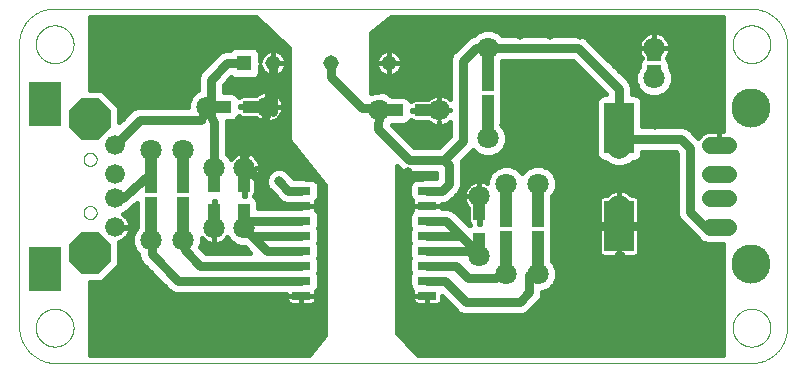
<source format=gtl>
G75*
%MOIN*%
%OFA0B0*%
%FSLAX25Y25*%
%IPPOS*%
%LPD*%
%AMOC8*
5,1,8,0,0,1.08239X$1,22.5*
%
%ADD10C,0.00000*%
%ADD11R,0.03937X0.10236*%
%ADD12C,0.07087*%
%ADD13R,0.10236X0.03937*%
%ADD14R,0.09843X0.16929*%
%ADD15C,0.07874*%
%ADD16R,0.03937X0.12598*%
%ADD17R,0.06299X0.02500*%
%ADD18R,0.05150X0.05150*%
%ADD19C,0.05150*%
%ADD20C,0.05740*%
%ADD21C,0.13055*%
%ADD22R,0.04724X0.03150*%
%ADD23OC8,0.13843*%
%ADD24C,0.06600*%
%ADD25R,0.11000X0.15000*%
%ADD26C,0.03150*%
%ADD27C,0.03150*%
%ADD28C,0.02362*%
%ADD29C,0.01600*%
D10*
X0047707Y0015186D02*
X0047707Y0109674D01*
X0047720Y0109949D01*
X0047739Y0110225D01*
X0047765Y0110500D01*
X0047798Y0110774D01*
X0047837Y0111047D01*
X0047883Y0111319D01*
X0047936Y0111590D01*
X0047995Y0111860D01*
X0048061Y0112128D01*
X0048133Y0112395D01*
X0048211Y0112659D01*
X0048296Y0112922D01*
X0048387Y0113183D01*
X0048485Y0113441D01*
X0048588Y0113697D01*
X0048698Y0113950D01*
X0048814Y0114201D01*
X0048936Y0114448D01*
X0049064Y0114693D01*
X0049198Y0114934D01*
X0049337Y0115173D01*
X0049482Y0115407D01*
X0049633Y0115639D01*
X0049790Y0115866D01*
X0049951Y0116090D01*
X0050119Y0116309D01*
X0050291Y0116525D01*
X0050469Y0116736D01*
X0050652Y0116943D01*
X0050839Y0117146D01*
X0051032Y0117344D01*
X0051229Y0117537D01*
X0051431Y0117725D01*
X0051637Y0117909D01*
X0051848Y0118087D01*
X0052063Y0118260D01*
X0052282Y0118428D01*
X0052505Y0118591D01*
X0052732Y0118748D01*
X0052962Y0118900D01*
X0053197Y0119046D01*
X0053434Y0119186D01*
X0053675Y0119321D01*
X0053920Y0119450D01*
X0054167Y0119572D01*
X0054417Y0119689D01*
X0054670Y0119800D01*
X0054925Y0119904D01*
X0055183Y0120003D01*
X0055444Y0120095D01*
X0055706Y0120181D01*
X0055970Y0120260D01*
X0056237Y0120333D01*
X0056504Y0120400D01*
X0056774Y0120460D01*
X0057045Y0120513D01*
X0057317Y0120560D01*
X0057590Y0120601D01*
X0057864Y0120634D01*
X0058139Y0120661D01*
X0058414Y0120682D01*
X0058690Y0120696D01*
X0058966Y0120703D01*
X0059242Y0120703D01*
X0059518Y0120697D01*
X0059518Y0120698D02*
X0291801Y0120698D01*
X0285502Y0108887D02*
X0285504Y0109045D01*
X0285510Y0109203D01*
X0285520Y0109361D01*
X0285534Y0109519D01*
X0285552Y0109676D01*
X0285573Y0109833D01*
X0285599Y0109989D01*
X0285629Y0110145D01*
X0285662Y0110300D01*
X0285700Y0110453D01*
X0285741Y0110606D01*
X0285786Y0110758D01*
X0285835Y0110909D01*
X0285888Y0111058D01*
X0285944Y0111206D01*
X0286004Y0111352D01*
X0286068Y0111497D01*
X0286136Y0111640D01*
X0286207Y0111782D01*
X0286281Y0111922D01*
X0286359Y0112059D01*
X0286441Y0112195D01*
X0286525Y0112329D01*
X0286614Y0112460D01*
X0286705Y0112589D01*
X0286800Y0112716D01*
X0286897Y0112841D01*
X0286998Y0112963D01*
X0287102Y0113082D01*
X0287209Y0113199D01*
X0287319Y0113313D01*
X0287432Y0113424D01*
X0287547Y0113533D01*
X0287665Y0113638D01*
X0287786Y0113740D01*
X0287909Y0113840D01*
X0288035Y0113936D01*
X0288163Y0114029D01*
X0288293Y0114119D01*
X0288426Y0114205D01*
X0288561Y0114289D01*
X0288697Y0114368D01*
X0288836Y0114445D01*
X0288977Y0114517D01*
X0289119Y0114587D01*
X0289263Y0114652D01*
X0289409Y0114714D01*
X0289556Y0114772D01*
X0289705Y0114827D01*
X0289855Y0114878D01*
X0290006Y0114925D01*
X0290158Y0114968D01*
X0290311Y0115007D01*
X0290466Y0115043D01*
X0290621Y0115074D01*
X0290777Y0115102D01*
X0290933Y0115126D01*
X0291090Y0115146D01*
X0291248Y0115162D01*
X0291405Y0115174D01*
X0291564Y0115182D01*
X0291722Y0115186D01*
X0291880Y0115186D01*
X0292038Y0115182D01*
X0292197Y0115174D01*
X0292354Y0115162D01*
X0292512Y0115146D01*
X0292669Y0115126D01*
X0292825Y0115102D01*
X0292981Y0115074D01*
X0293136Y0115043D01*
X0293291Y0115007D01*
X0293444Y0114968D01*
X0293596Y0114925D01*
X0293747Y0114878D01*
X0293897Y0114827D01*
X0294046Y0114772D01*
X0294193Y0114714D01*
X0294339Y0114652D01*
X0294483Y0114587D01*
X0294625Y0114517D01*
X0294766Y0114445D01*
X0294905Y0114368D01*
X0295041Y0114289D01*
X0295176Y0114205D01*
X0295309Y0114119D01*
X0295439Y0114029D01*
X0295567Y0113936D01*
X0295693Y0113840D01*
X0295816Y0113740D01*
X0295937Y0113638D01*
X0296055Y0113533D01*
X0296170Y0113424D01*
X0296283Y0113313D01*
X0296393Y0113199D01*
X0296500Y0113082D01*
X0296604Y0112963D01*
X0296705Y0112841D01*
X0296802Y0112716D01*
X0296897Y0112589D01*
X0296988Y0112460D01*
X0297077Y0112329D01*
X0297161Y0112195D01*
X0297243Y0112059D01*
X0297321Y0111922D01*
X0297395Y0111782D01*
X0297466Y0111640D01*
X0297534Y0111497D01*
X0297598Y0111352D01*
X0297658Y0111206D01*
X0297714Y0111058D01*
X0297767Y0110909D01*
X0297816Y0110758D01*
X0297861Y0110606D01*
X0297902Y0110453D01*
X0297940Y0110300D01*
X0297973Y0110145D01*
X0298003Y0109989D01*
X0298029Y0109833D01*
X0298050Y0109676D01*
X0298068Y0109519D01*
X0298082Y0109361D01*
X0298092Y0109203D01*
X0298098Y0109045D01*
X0298100Y0108887D01*
X0298098Y0108729D01*
X0298092Y0108571D01*
X0298082Y0108413D01*
X0298068Y0108255D01*
X0298050Y0108098D01*
X0298029Y0107941D01*
X0298003Y0107785D01*
X0297973Y0107629D01*
X0297940Y0107474D01*
X0297902Y0107321D01*
X0297861Y0107168D01*
X0297816Y0107016D01*
X0297767Y0106865D01*
X0297714Y0106716D01*
X0297658Y0106568D01*
X0297598Y0106422D01*
X0297534Y0106277D01*
X0297466Y0106134D01*
X0297395Y0105992D01*
X0297321Y0105852D01*
X0297243Y0105715D01*
X0297161Y0105579D01*
X0297077Y0105445D01*
X0296988Y0105314D01*
X0296897Y0105185D01*
X0296802Y0105058D01*
X0296705Y0104933D01*
X0296604Y0104811D01*
X0296500Y0104692D01*
X0296393Y0104575D01*
X0296283Y0104461D01*
X0296170Y0104350D01*
X0296055Y0104241D01*
X0295937Y0104136D01*
X0295816Y0104034D01*
X0295693Y0103934D01*
X0295567Y0103838D01*
X0295439Y0103745D01*
X0295309Y0103655D01*
X0295176Y0103569D01*
X0295041Y0103485D01*
X0294905Y0103406D01*
X0294766Y0103329D01*
X0294625Y0103257D01*
X0294483Y0103187D01*
X0294339Y0103122D01*
X0294193Y0103060D01*
X0294046Y0103002D01*
X0293897Y0102947D01*
X0293747Y0102896D01*
X0293596Y0102849D01*
X0293444Y0102806D01*
X0293291Y0102767D01*
X0293136Y0102731D01*
X0292981Y0102700D01*
X0292825Y0102672D01*
X0292669Y0102648D01*
X0292512Y0102628D01*
X0292354Y0102612D01*
X0292197Y0102600D01*
X0292038Y0102592D01*
X0291880Y0102588D01*
X0291722Y0102588D01*
X0291564Y0102592D01*
X0291405Y0102600D01*
X0291248Y0102612D01*
X0291090Y0102628D01*
X0290933Y0102648D01*
X0290777Y0102672D01*
X0290621Y0102700D01*
X0290466Y0102731D01*
X0290311Y0102767D01*
X0290158Y0102806D01*
X0290006Y0102849D01*
X0289855Y0102896D01*
X0289705Y0102947D01*
X0289556Y0103002D01*
X0289409Y0103060D01*
X0289263Y0103122D01*
X0289119Y0103187D01*
X0288977Y0103257D01*
X0288836Y0103329D01*
X0288697Y0103406D01*
X0288561Y0103485D01*
X0288426Y0103569D01*
X0288293Y0103655D01*
X0288163Y0103745D01*
X0288035Y0103838D01*
X0287909Y0103934D01*
X0287786Y0104034D01*
X0287665Y0104136D01*
X0287547Y0104241D01*
X0287432Y0104350D01*
X0287319Y0104461D01*
X0287209Y0104575D01*
X0287102Y0104692D01*
X0286998Y0104811D01*
X0286897Y0104933D01*
X0286800Y0105058D01*
X0286705Y0105185D01*
X0286614Y0105314D01*
X0286525Y0105445D01*
X0286441Y0105579D01*
X0286359Y0105715D01*
X0286281Y0105852D01*
X0286207Y0105992D01*
X0286136Y0106134D01*
X0286068Y0106277D01*
X0286004Y0106422D01*
X0285944Y0106568D01*
X0285888Y0106716D01*
X0285835Y0106865D01*
X0285786Y0107016D01*
X0285741Y0107168D01*
X0285700Y0107321D01*
X0285662Y0107474D01*
X0285629Y0107629D01*
X0285599Y0107785D01*
X0285573Y0107941D01*
X0285552Y0108098D01*
X0285534Y0108255D01*
X0285520Y0108413D01*
X0285510Y0108571D01*
X0285504Y0108729D01*
X0285502Y0108887D01*
X0291801Y0120698D02*
X0292086Y0120695D01*
X0292372Y0120684D01*
X0292657Y0120667D01*
X0292941Y0120643D01*
X0293225Y0120612D01*
X0293508Y0120574D01*
X0293789Y0120529D01*
X0294070Y0120478D01*
X0294350Y0120420D01*
X0294628Y0120355D01*
X0294904Y0120283D01*
X0295178Y0120205D01*
X0295451Y0120120D01*
X0295721Y0120028D01*
X0295989Y0119930D01*
X0296255Y0119826D01*
X0296518Y0119715D01*
X0296778Y0119598D01*
X0297036Y0119475D01*
X0297290Y0119345D01*
X0297541Y0119209D01*
X0297789Y0119068D01*
X0298033Y0118920D01*
X0298274Y0118767D01*
X0298510Y0118607D01*
X0298743Y0118442D01*
X0298972Y0118272D01*
X0299197Y0118096D01*
X0299417Y0117914D01*
X0299633Y0117728D01*
X0299844Y0117536D01*
X0300051Y0117339D01*
X0300253Y0117137D01*
X0300450Y0116930D01*
X0300642Y0116719D01*
X0300828Y0116503D01*
X0301010Y0116283D01*
X0301186Y0116058D01*
X0301356Y0115829D01*
X0301521Y0115596D01*
X0301681Y0115360D01*
X0301834Y0115119D01*
X0301982Y0114875D01*
X0302123Y0114627D01*
X0302259Y0114376D01*
X0302389Y0114122D01*
X0302512Y0113864D01*
X0302629Y0113604D01*
X0302740Y0113341D01*
X0302844Y0113075D01*
X0302942Y0112807D01*
X0303034Y0112537D01*
X0303119Y0112264D01*
X0303197Y0111990D01*
X0303269Y0111714D01*
X0303334Y0111436D01*
X0303392Y0111156D01*
X0303443Y0110875D01*
X0303488Y0110594D01*
X0303526Y0110311D01*
X0303557Y0110027D01*
X0303581Y0109743D01*
X0303598Y0109458D01*
X0303609Y0109172D01*
X0303612Y0108887D01*
X0303612Y0014398D01*
X0285502Y0014398D02*
X0285504Y0014556D01*
X0285510Y0014714D01*
X0285520Y0014872D01*
X0285534Y0015030D01*
X0285552Y0015187D01*
X0285573Y0015344D01*
X0285599Y0015500D01*
X0285629Y0015656D01*
X0285662Y0015811D01*
X0285700Y0015964D01*
X0285741Y0016117D01*
X0285786Y0016269D01*
X0285835Y0016420D01*
X0285888Y0016569D01*
X0285944Y0016717D01*
X0286004Y0016863D01*
X0286068Y0017008D01*
X0286136Y0017151D01*
X0286207Y0017293D01*
X0286281Y0017433D01*
X0286359Y0017570D01*
X0286441Y0017706D01*
X0286525Y0017840D01*
X0286614Y0017971D01*
X0286705Y0018100D01*
X0286800Y0018227D01*
X0286897Y0018352D01*
X0286998Y0018474D01*
X0287102Y0018593D01*
X0287209Y0018710D01*
X0287319Y0018824D01*
X0287432Y0018935D01*
X0287547Y0019044D01*
X0287665Y0019149D01*
X0287786Y0019251D01*
X0287909Y0019351D01*
X0288035Y0019447D01*
X0288163Y0019540D01*
X0288293Y0019630D01*
X0288426Y0019716D01*
X0288561Y0019800D01*
X0288697Y0019879D01*
X0288836Y0019956D01*
X0288977Y0020028D01*
X0289119Y0020098D01*
X0289263Y0020163D01*
X0289409Y0020225D01*
X0289556Y0020283D01*
X0289705Y0020338D01*
X0289855Y0020389D01*
X0290006Y0020436D01*
X0290158Y0020479D01*
X0290311Y0020518D01*
X0290466Y0020554D01*
X0290621Y0020585D01*
X0290777Y0020613D01*
X0290933Y0020637D01*
X0291090Y0020657D01*
X0291248Y0020673D01*
X0291405Y0020685D01*
X0291564Y0020693D01*
X0291722Y0020697D01*
X0291880Y0020697D01*
X0292038Y0020693D01*
X0292197Y0020685D01*
X0292354Y0020673D01*
X0292512Y0020657D01*
X0292669Y0020637D01*
X0292825Y0020613D01*
X0292981Y0020585D01*
X0293136Y0020554D01*
X0293291Y0020518D01*
X0293444Y0020479D01*
X0293596Y0020436D01*
X0293747Y0020389D01*
X0293897Y0020338D01*
X0294046Y0020283D01*
X0294193Y0020225D01*
X0294339Y0020163D01*
X0294483Y0020098D01*
X0294625Y0020028D01*
X0294766Y0019956D01*
X0294905Y0019879D01*
X0295041Y0019800D01*
X0295176Y0019716D01*
X0295309Y0019630D01*
X0295439Y0019540D01*
X0295567Y0019447D01*
X0295693Y0019351D01*
X0295816Y0019251D01*
X0295937Y0019149D01*
X0296055Y0019044D01*
X0296170Y0018935D01*
X0296283Y0018824D01*
X0296393Y0018710D01*
X0296500Y0018593D01*
X0296604Y0018474D01*
X0296705Y0018352D01*
X0296802Y0018227D01*
X0296897Y0018100D01*
X0296988Y0017971D01*
X0297077Y0017840D01*
X0297161Y0017706D01*
X0297243Y0017570D01*
X0297321Y0017433D01*
X0297395Y0017293D01*
X0297466Y0017151D01*
X0297534Y0017008D01*
X0297598Y0016863D01*
X0297658Y0016717D01*
X0297714Y0016569D01*
X0297767Y0016420D01*
X0297816Y0016269D01*
X0297861Y0016117D01*
X0297902Y0015964D01*
X0297940Y0015811D01*
X0297973Y0015656D01*
X0298003Y0015500D01*
X0298029Y0015344D01*
X0298050Y0015187D01*
X0298068Y0015030D01*
X0298082Y0014872D01*
X0298092Y0014714D01*
X0298098Y0014556D01*
X0298100Y0014398D01*
X0298098Y0014240D01*
X0298092Y0014082D01*
X0298082Y0013924D01*
X0298068Y0013766D01*
X0298050Y0013609D01*
X0298029Y0013452D01*
X0298003Y0013296D01*
X0297973Y0013140D01*
X0297940Y0012985D01*
X0297902Y0012832D01*
X0297861Y0012679D01*
X0297816Y0012527D01*
X0297767Y0012376D01*
X0297714Y0012227D01*
X0297658Y0012079D01*
X0297598Y0011933D01*
X0297534Y0011788D01*
X0297466Y0011645D01*
X0297395Y0011503D01*
X0297321Y0011363D01*
X0297243Y0011226D01*
X0297161Y0011090D01*
X0297077Y0010956D01*
X0296988Y0010825D01*
X0296897Y0010696D01*
X0296802Y0010569D01*
X0296705Y0010444D01*
X0296604Y0010322D01*
X0296500Y0010203D01*
X0296393Y0010086D01*
X0296283Y0009972D01*
X0296170Y0009861D01*
X0296055Y0009752D01*
X0295937Y0009647D01*
X0295816Y0009545D01*
X0295693Y0009445D01*
X0295567Y0009349D01*
X0295439Y0009256D01*
X0295309Y0009166D01*
X0295176Y0009080D01*
X0295041Y0008996D01*
X0294905Y0008917D01*
X0294766Y0008840D01*
X0294625Y0008768D01*
X0294483Y0008698D01*
X0294339Y0008633D01*
X0294193Y0008571D01*
X0294046Y0008513D01*
X0293897Y0008458D01*
X0293747Y0008407D01*
X0293596Y0008360D01*
X0293444Y0008317D01*
X0293291Y0008278D01*
X0293136Y0008242D01*
X0292981Y0008211D01*
X0292825Y0008183D01*
X0292669Y0008159D01*
X0292512Y0008139D01*
X0292354Y0008123D01*
X0292197Y0008111D01*
X0292038Y0008103D01*
X0291880Y0008099D01*
X0291722Y0008099D01*
X0291564Y0008103D01*
X0291405Y0008111D01*
X0291248Y0008123D01*
X0291090Y0008139D01*
X0290933Y0008159D01*
X0290777Y0008183D01*
X0290621Y0008211D01*
X0290466Y0008242D01*
X0290311Y0008278D01*
X0290158Y0008317D01*
X0290006Y0008360D01*
X0289855Y0008407D01*
X0289705Y0008458D01*
X0289556Y0008513D01*
X0289409Y0008571D01*
X0289263Y0008633D01*
X0289119Y0008698D01*
X0288977Y0008768D01*
X0288836Y0008840D01*
X0288697Y0008917D01*
X0288561Y0008996D01*
X0288426Y0009080D01*
X0288293Y0009166D01*
X0288163Y0009256D01*
X0288035Y0009349D01*
X0287909Y0009445D01*
X0287786Y0009545D01*
X0287665Y0009647D01*
X0287547Y0009752D01*
X0287432Y0009861D01*
X0287319Y0009972D01*
X0287209Y0010086D01*
X0287102Y0010203D01*
X0286998Y0010322D01*
X0286897Y0010444D01*
X0286800Y0010569D01*
X0286705Y0010696D01*
X0286614Y0010825D01*
X0286525Y0010956D01*
X0286441Y0011090D01*
X0286359Y0011226D01*
X0286281Y0011363D01*
X0286207Y0011503D01*
X0286136Y0011645D01*
X0286068Y0011788D01*
X0286004Y0011933D01*
X0285944Y0012079D01*
X0285888Y0012227D01*
X0285835Y0012376D01*
X0285786Y0012527D01*
X0285741Y0012679D01*
X0285700Y0012832D01*
X0285662Y0012985D01*
X0285629Y0013140D01*
X0285599Y0013296D01*
X0285573Y0013452D01*
X0285552Y0013609D01*
X0285534Y0013766D01*
X0285520Y0013924D01*
X0285510Y0014082D01*
X0285504Y0014240D01*
X0285502Y0014398D01*
X0291801Y0002587D02*
X0292086Y0002590D01*
X0292372Y0002601D01*
X0292657Y0002618D01*
X0292941Y0002642D01*
X0293225Y0002673D01*
X0293508Y0002711D01*
X0293789Y0002756D01*
X0294070Y0002807D01*
X0294350Y0002865D01*
X0294628Y0002930D01*
X0294904Y0003002D01*
X0295178Y0003080D01*
X0295451Y0003165D01*
X0295721Y0003257D01*
X0295989Y0003355D01*
X0296255Y0003459D01*
X0296518Y0003570D01*
X0296778Y0003687D01*
X0297036Y0003810D01*
X0297290Y0003940D01*
X0297541Y0004076D01*
X0297789Y0004217D01*
X0298033Y0004365D01*
X0298274Y0004518D01*
X0298510Y0004678D01*
X0298743Y0004843D01*
X0298972Y0005013D01*
X0299197Y0005189D01*
X0299417Y0005371D01*
X0299633Y0005557D01*
X0299844Y0005749D01*
X0300051Y0005946D01*
X0300253Y0006148D01*
X0300450Y0006355D01*
X0300642Y0006566D01*
X0300828Y0006782D01*
X0301010Y0007002D01*
X0301186Y0007227D01*
X0301356Y0007456D01*
X0301521Y0007689D01*
X0301681Y0007925D01*
X0301834Y0008166D01*
X0301982Y0008410D01*
X0302123Y0008658D01*
X0302259Y0008909D01*
X0302389Y0009163D01*
X0302512Y0009421D01*
X0302629Y0009681D01*
X0302740Y0009944D01*
X0302844Y0010210D01*
X0302942Y0010478D01*
X0303034Y0010748D01*
X0303119Y0011021D01*
X0303197Y0011295D01*
X0303269Y0011571D01*
X0303334Y0011849D01*
X0303392Y0012129D01*
X0303443Y0012410D01*
X0303488Y0012691D01*
X0303526Y0012974D01*
X0303557Y0013258D01*
X0303581Y0013542D01*
X0303598Y0013827D01*
X0303609Y0014113D01*
X0303612Y0014398D01*
X0291801Y0002587D02*
X0059518Y0002587D01*
X0053219Y0014398D02*
X0053221Y0014556D01*
X0053227Y0014714D01*
X0053237Y0014872D01*
X0053251Y0015030D01*
X0053269Y0015187D01*
X0053290Y0015344D01*
X0053316Y0015500D01*
X0053346Y0015656D01*
X0053379Y0015811D01*
X0053417Y0015964D01*
X0053458Y0016117D01*
X0053503Y0016269D01*
X0053552Y0016420D01*
X0053605Y0016569D01*
X0053661Y0016717D01*
X0053721Y0016863D01*
X0053785Y0017008D01*
X0053853Y0017151D01*
X0053924Y0017293D01*
X0053998Y0017433D01*
X0054076Y0017570D01*
X0054158Y0017706D01*
X0054242Y0017840D01*
X0054331Y0017971D01*
X0054422Y0018100D01*
X0054517Y0018227D01*
X0054614Y0018352D01*
X0054715Y0018474D01*
X0054819Y0018593D01*
X0054926Y0018710D01*
X0055036Y0018824D01*
X0055149Y0018935D01*
X0055264Y0019044D01*
X0055382Y0019149D01*
X0055503Y0019251D01*
X0055626Y0019351D01*
X0055752Y0019447D01*
X0055880Y0019540D01*
X0056010Y0019630D01*
X0056143Y0019716D01*
X0056278Y0019800D01*
X0056414Y0019879D01*
X0056553Y0019956D01*
X0056694Y0020028D01*
X0056836Y0020098D01*
X0056980Y0020163D01*
X0057126Y0020225D01*
X0057273Y0020283D01*
X0057422Y0020338D01*
X0057572Y0020389D01*
X0057723Y0020436D01*
X0057875Y0020479D01*
X0058028Y0020518D01*
X0058183Y0020554D01*
X0058338Y0020585D01*
X0058494Y0020613D01*
X0058650Y0020637D01*
X0058807Y0020657D01*
X0058965Y0020673D01*
X0059122Y0020685D01*
X0059281Y0020693D01*
X0059439Y0020697D01*
X0059597Y0020697D01*
X0059755Y0020693D01*
X0059914Y0020685D01*
X0060071Y0020673D01*
X0060229Y0020657D01*
X0060386Y0020637D01*
X0060542Y0020613D01*
X0060698Y0020585D01*
X0060853Y0020554D01*
X0061008Y0020518D01*
X0061161Y0020479D01*
X0061313Y0020436D01*
X0061464Y0020389D01*
X0061614Y0020338D01*
X0061763Y0020283D01*
X0061910Y0020225D01*
X0062056Y0020163D01*
X0062200Y0020098D01*
X0062342Y0020028D01*
X0062483Y0019956D01*
X0062622Y0019879D01*
X0062758Y0019800D01*
X0062893Y0019716D01*
X0063026Y0019630D01*
X0063156Y0019540D01*
X0063284Y0019447D01*
X0063410Y0019351D01*
X0063533Y0019251D01*
X0063654Y0019149D01*
X0063772Y0019044D01*
X0063887Y0018935D01*
X0064000Y0018824D01*
X0064110Y0018710D01*
X0064217Y0018593D01*
X0064321Y0018474D01*
X0064422Y0018352D01*
X0064519Y0018227D01*
X0064614Y0018100D01*
X0064705Y0017971D01*
X0064794Y0017840D01*
X0064878Y0017706D01*
X0064960Y0017570D01*
X0065038Y0017433D01*
X0065112Y0017293D01*
X0065183Y0017151D01*
X0065251Y0017008D01*
X0065315Y0016863D01*
X0065375Y0016717D01*
X0065431Y0016569D01*
X0065484Y0016420D01*
X0065533Y0016269D01*
X0065578Y0016117D01*
X0065619Y0015964D01*
X0065657Y0015811D01*
X0065690Y0015656D01*
X0065720Y0015500D01*
X0065746Y0015344D01*
X0065767Y0015187D01*
X0065785Y0015030D01*
X0065799Y0014872D01*
X0065809Y0014714D01*
X0065815Y0014556D01*
X0065817Y0014398D01*
X0065815Y0014240D01*
X0065809Y0014082D01*
X0065799Y0013924D01*
X0065785Y0013766D01*
X0065767Y0013609D01*
X0065746Y0013452D01*
X0065720Y0013296D01*
X0065690Y0013140D01*
X0065657Y0012985D01*
X0065619Y0012832D01*
X0065578Y0012679D01*
X0065533Y0012527D01*
X0065484Y0012376D01*
X0065431Y0012227D01*
X0065375Y0012079D01*
X0065315Y0011933D01*
X0065251Y0011788D01*
X0065183Y0011645D01*
X0065112Y0011503D01*
X0065038Y0011363D01*
X0064960Y0011226D01*
X0064878Y0011090D01*
X0064794Y0010956D01*
X0064705Y0010825D01*
X0064614Y0010696D01*
X0064519Y0010569D01*
X0064422Y0010444D01*
X0064321Y0010322D01*
X0064217Y0010203D01*
X0064110Y0010086D01*
X0064000Y0009972D01*
X0063887Y0009861D01*
X0063772Y0009752D01*
X0063654Y0009647D01*
X0063533Y0009545D01*
X0063410Y0009445D01*
X0063284Y0009349D01*
X0063156Y0009256D01*
X0063026Y0009166D01*
X0062893Y0009080D01*
X0062758Y0008996D01*
X0062622Y0008917D01*
X0062483Y0008840D01*
X0062342Y0008768D01*
X0062200Y0008698D01*
X0062056Y0008633D01*
X0061910Y0008571D01*
X0061763Y0008513D01*
X0061614Y0008458D01*
X0061464Y0008407D01*
X0061313Y0008360D01*
X0061161Y0008317D01*
X0061008Y0008278D01*
X0060853Y0008242D01*
X0060698Y0008211D01*
X0060542Y0008183D01*
X0060386Y0008159D01*
X0060229Y0008139D01*
X0060071Y0008123D01*
X0059914Y0008111D01*
X0059755Y0008103D01*
X0059597Y0008099D01*
X0059439Y0008099D01*
X0059281Y0008103D01*
X0059122Y0008111D01*
X0058965Y0008123D01*
X0058807Y0008139D01*
X0058650Y0008159D01*
X0058494Y0008183D01*
X0058338Y0008211D01*
X0058183Y0008242D01*
X0058028Y0008278D01*
X0057875Y0008317D01*
X0057723Y0008360D01*
X0057572Y0008407D01*
X0057422Y0008458D01*
X0057273Y0008513D01*
X0057126Y0008571D01*
X0056980Y0008633D01*
X0056836Y0008698D01*
X0056694Y0008768D01*
X0056553Y0008840D01*
X0056414Y0008917D01*
X0056278Y0008996D01*
X0056143Y0009080D01*
X0056010Y0009166D01*
X0055880Y0009256D01*
X0055752Y0009349D01*
X0055626Y0009445D01*
X0055503Y0009545D01*
X0055382Y0009647D01*
X0055264Y0009752D01*
X0055149Y0009861D01*
X0055036Y0009972D01*
X0054926Y0010086D01*
X0054819Y0010203D01*
X0054715Y0010322D01*
X0054614Y0010444D01*
X0054517Y0010569D01*
X0054422Y0010696D01*
X0054331Y0010825D01*
X0054242Y0010956D01*
X0054158Y0011090D01*
X0054076Y0011226D01*
X0053998Y0011363D01*
X0053924Y0011503D01*
X0053853Y0011645D01*
X0053785Y0011788D01*
X0053721Y0011933D01*
X0053661Y0012079D01*
X0053605Y0012227D01*
X0053552Y0012376D01*
X0053503Y0012527D01*
X0053458Y0012679D01*
X0053417Y0012832D01*
X0053379Y0012985D01*
X0053346Y0013140D01*
X0053316Y0013296D01*
X0053290Y0013452D01*
X0053269Y0013609D01*
X0053251Y0013766D01*
X0053237Y0013924D01*
X0053227Y0014082D01*
X0053221Y0014240D01*
X0053219Y0014398D01*
X0047706Y0015186D02*
X0047700Y0014891D01*
X0047702Y0014596D01*
X0047710Y0014301D01*
X0047725Y0014006D01*
X0047748Y0013712D01*
X0047778Y0013418D01*
X0047814Y0013125D01*
X0047858Y0012834D01*
X0047909Y0012543D01*
X0047967Y0012253D01*
X0048032Y0011966D01*
X0048103Y0011679D01*
X0048182Y0011395D01*
X0048268Y0011113D01*
X0048360Y0010832D01*
X0048459Y0010554D01*
X0048565Y0010279D01*
X0048677Y0010006D01*
X0048796Y0009736D01*
X0048921Y0009469D01*
X0049053Y0009205D01*
X0049191Y0008944D01*
X0049336Y0008687D01*
X0049486Y0008433D01*
X0049643Y0008183D01*
X0049806Y0007937D01*
X0049974Y0007695D01*
X0050149Y0007457D01*
X0050329Y0007223D01*
X0050515Y0006994D01*
X0050706Y0006769D01*
X0050902Y0006549D01*
X0051104Y0006333D01*
X0051311Y0006123D01*
X0051523Y0005918D01*
X0051740Y0005718D01*
X0051962Y0005523D01*
X0052188Y0005333D01*
X0052419Y0005150D01*
X0052654Y0004971D01*
X0052893Y0004799D01*
X0053137Y0004632D01*
X0053384Y0004472D01*
X0053636Y0004317D01*
X0053891Y0004168D01*
X0054149Y0004026D01*
X0054411Y0003890D01*
X0054676Y0003760D01*
X0054944Y0003637D01*
X0055215Y0003520D01*
X0055489Y0003410D01*
X0055765Y0003306D01*
X0056044Y0003210D01*
X0056325Y0003119D01*
X0056608Y0003036D01*
X0056893Y0002960D01*
X0057180Y0002890D01*
X0057468Y0002828D01*
X0057758Y0002772D01*
X0058049Y0002724D01*
X0058341Y0002682D01*
X0058634Y0002648D01*
X0058928Y0002621D01*
X0059223Y0002600D01*
X0059517Y0002587D01*
X0069164Y0052784D02*
X0069166Y0052877D01*
X0069172Y0052969D01*
X0069182Y0053061D01*
X0069196Y0053152D01*
X0069213Y0053243D01*
X0069235Y0053333D01*
X0069260Y0053422D01*
X0069289Y0053510D01*
X0069322Y0053596D01*
X0069359Y0053681D01*
X0069399Y0053765D01*
X0069443Y0053846D01*
X0069490Y0053926D01*
X0069540Y0054004D01*
X0069594Y0054079D01*
X0069651Y0054152D01*
X0069711Y0054222D01*
X0069774Y0054290D01*
X0069840Y0054355D01*
X0069908Y0054417D01*
X0069979Y0054477D01*
X0070053Y0054533D01*
X0070129Y0054586D01*
X0070207Y0054635D01*
X0070287Y0054682D01*
X0070369Y0054724D01*
X0070453Y0054764D01*
X0070538Y0054799D01*
X0070625Y0054831D01*
X0070713Y0054860D01*
X0070802Y0054884D01*
X0070892Y0054905D01*
X0070983Y0054921D01*
X0071075Y0054934D01*
X0071167Y0054943D01*
X0071260Y0054948D01*
X0071352Y0054949D01*
X0071445Y0054946D01*
X0071537Y0054939D01*
X0071629Y0054928D01*
X0071720Y0054913D01*
X0071811Y0054895D01*
X0071901Y0054872D01*
X0071989Y0054846D01*
X0072077Y0054816D01*
X0072163Y0054782D01*
X0072247Y0054745D01*
X0072330Y0054703D01*
X0072411Y0054659D01*
X0072491Y0054611D01*
X0072568Y0054560D01*
X0072642Y0054505D01*
X0072715Y0054447D01*
X0072785Y0054387D01*
X0072852Y0054323D01*
X0072916Y0054257D01*
X0072978Y0054187D01*
X0073036Y0054116D01*
X0073091Y0054042D01*
X0073143Y0053965D01*
X0073192Y0053886D01*
X0073238Y0053806D01*
X0073280Y0053723D01*
X0073318Y0053639D01*
X0073353Y0053553D01*
X0073384Y0053466D01*
X0073411Y0053378D01*
X0073434Y0053288D01*
X0073454Y0053198D01*
X0073470Y0053107D01*
X0073482Y0053015D01*
X0073490Y0052923D01*
X0073494Y0052830D01*
X0073494Y0052738D01*
X0073490Y0052645D01*
X0073482Y0052553D01*
X0073470Y0052461D01*
X0073454Y0052370D01*
X0073434Y0052280D01*
X0073411Y0052190D01*
X0073384Y0052102D01*
X0073353Y0052015D01*
X0073318Y0051929D01*
X0073280Y0051845D01*
X0073238Y0051762D01*
X0073192Y0051682D01*
X0073143Y0051603D01*
X0073091Y0051526D01*
X0073036Y0051452D01*
X0072978Y0051381D01*
X0072916Y0051311D01*
X0072852Y0051245D01*
X0072785Y0051181D01*
X0072715Y0051121D01*
X0072642Y0051063D01*
X0072568Y0051008D01*
X0072491Y0050957D01*
X0072412Y0050909D01*
X0072330Y0050865D01*
X0072247Y0050823D01*
X0072163Y0050786D01*
X0072077Y0050752D01*
X0071989Y0050722D01*
X0071901Y0050696D01*
X0071811Y0050673D01*
X0071720Y0050655D01*
X0071629Y0050640D01*
X0071537Y0050629D01*
X0071445Y0050622D01*
X0071352Y0050619D01*
X0071260Y0050620D01*
X0071167Y0050625D01*
X0071075Y0050634D01*
X0070983Y0050647D01*
X0070892Y0050663D01*
X0070802Y0050684D01*
X0070713Y0050708D01*
X0070625Y0050737D01*
X0070538Y0050769D01*
X0070453Y0050804D01*
X0070369Y0050844D01*
X0070287Y0050886D01*
X0070207Y0050933D01*
X0070129Y0050982D01*
X0070053Y0051035D01*
X0069979Y0051091D01*
X0069908Y0051151D01*
X0069840Y0051213D01*
X0069774Y0051278D01*
X0069711Y0051346D01*
X0069651Y0051416D01*
X0069594Y0051489D01*
X0069540Y0051564D01*
X0069490Y0051642D01*
X0069443Y0051722D01*
X0069399Y0051803D01*
X0069359Y0051887D01*
X0069322Y0051972D01*
X0069289Y0052058D01*
X0069260Y0052146D01*
X0069235Y0052235D01*
X0069213Y0052325D01*
X0069196Y0052416D01*
X0069182Y0052507D01*
X0069172Y0052599D01*
X0069166Y0052691D01*
X0069164Y0052784D01*
X0069164Y0070501D02*
X0069166Y0070594D01*
X0069172Y0070686D01*
X0069182Y0070778D01*
X0069196Y0070869D01*
X0069213Y0070960D01*
X0069235Y0071050D01*
X0069260Y0071139D01*
X0069289Y0071227D01*
X0069322Y0071313D01*
X0069359Y0071398D01*
X0069399Y0071482D01*
X0069443Y0071563D01*
X0069490Y0071643D01*
X0069540Y0071721D01*
X0069594Y0071796D01*
X0069651Y0071869D01*
X0069711Y0071939D01*
X0069774Y0072007D01*
X0069840Y0072072D01*
X0069908Y0072134D01*
X0069979Y0072194D01*
X0070053Y0072250D01*
X0070129Y0072303D01*
X0070207Y0072352D01*
X0070287Y0072399D01*
X0070369Y0072441D01*
X0070453Y0072481D01*
X0070538Y0072516D01*
X0070625Y0072548D01*
X0070713Y0072577D01*
X0070802Y0072601D01*
X0070892Y0072622D01*
X0070983Y0072638D01*
X0071075Y0072651D01*
X0071167Y0072660D01*
X0071260Y0072665D01*
X0071352Y0072666D01*
X0071445Y0072663D01*
X0071537Y0072656D01*
X0071629Y0072645D01*
X0071720Y0072630D01*
X0071811Y0072612D01*
X0071901Y0072589D01*
X0071989Y0072563D01*
X0072077Y0072533D01*
X0072163Y0072499D01*
X0072247Y0072462D01*
X0072330Y0072420D01*
X0072411Y0072376D01*
X0072491Y0072328D01*
X0072568Y0072277D01*
X0072642Y0072222D01*
X0072715Y0072164D01*
X0072785Y0072104D01*
X0072852Y0072040D01*
X0072916Y0071974D01*
X0072978Y0071904D01*
X0073036Y0071833D01*
X0073091Y0071759D01*
X0073143Y0071682D01*
X0073192Y0071603D01*
X0073238Y0071523D01*
X0073280Y0071440D01*
X0073318Y0071356D01*
X0073353Y0071270D01*
X0073384Y0071183D01*
X0073411Y0071095D01*
X0073434Y0071005D01*
X0073454Y0070915D01*
X0073470Y0070824D01*
X0073482Y0070732D01*
X0073490Y0070640D01*
X0073494Y0070547D01*
X0073494Y0070455D01*
X0073490Y0070362D01*
X0073482Y0070270D01*
X0073470Y0070178D01*
X0073454Y0070087D01*
X0073434Y0069997D01*
X0073411Y0069907D01*
X0073384Y0069819D01*
X0073353Y0069732D01*
X0073318Y0069646D01*
X0073280Y0069562D01*
X0073238Y0069479D01*
X0073192Y0069399D01*
X0073143Y0069320D01*
X0073091Y0069243D01*
X0073036Y0069169D01*
X0072978Y0069098D01*
X0072916Y0069028D01*
X0072852Y0068962D01*
X0072785Y0068898D01*
X0072715Y0068838D01*
X0072642Y0068780D01*
X0072568Y0068725D01*
X0072491Y0068674D01*
X0072412Y0068626D01*
X0072330Y0068582D01*
X0072247Y0068540D01*
X0072163Y0068503D01*
X0072077Y0068469D01*
X0071989Y0068439D01*
X0071901Y0068413D01*
X0071811Y0068390D01*
X0071720Y0068372D01*
X0071629Y0068357D01*
X0071537Y0068346D01*
X0071445Y0068339D01*
X0071352Y0068336D01*
X0071260Y0068337D01*
X0071167Y0068342D01*
X0071075Y0068351D01*
X0070983Y0068364D01*
X0070892Y0068380D01*
X0070802Y0068401D01*
X0070713Y0068425D01*
X0070625Y0068454D01*
X0070538Y0068486D01*
X0070453Y0068521D01*
X0070369Y0068561D01*
X0070287Y0068603D01*
X0070207Y0068650D01*
X0070129Y0068699D01*
X0070053Y0068752D01*
X0069979Y0068808D01*
X0069908Y0068868D01*
X0069840Y0068930D01*
X0069774Y0068995D01*
X0069711Y0069063D01*
X0069651Y0069133D01*
X0069594Y0069206D01*
X0069540Y0069281D01*
X0069490Y0069359D01*
X0069443Y0069439D01*
X0069399Y0069520D01*
X0069359Y0069604D01*
X0069322Y0069689D01*
X0069289Y0069775D01*
X0069260Y0069863D01*
X0069235Y0069952D01*
X0069213Y0070042D01*
X0069196Y0070133D01*
X0069182Y0070224D01*
X0069172Y0070316D01*
X0069166Y0070408D01*
X0069164Y0070501D01*
X0053219Y0108887D02*
X0053221Y0109045D01*
X0053227Y0109203D01*
X0053237Y0109361D01*
X0053251Y0109519D01*
X0053269Y0109676D01*
X0053290Y0109833D01*
X0053316Y0109989D01*
X0053346Y0110145D01*
X0053379Y0110300D01*
X0053417Y0110453D01*
X0053458Y0110606D01*
X0053503Y0110758D01*
X0053552Y0110909D01*
X0053605Y0111058D01*
X0053661Y0111206D01*
X0053721Y0111352D01*
X0053785Y0111497D01*
X0053853Y0111640D01*
X0053924Y0111782D01*
X0053998Y0111922D01*
X0054076Y0112059D01*
X0054158Y0112195D01*
X0054242Y0112329D01*
X0054331Y0112460D01*
X0054422Y0112589D01*
X0054517Y0112716D01*
X0054614Y0112841D01*
X0054715Y0112963D01*
X0054819Y0113082D01*
X0054926Y0113199D01*
X0055036Y0113313D01*
X0055149Y0113424D01*
X0055264Y0113533D01*
X0055382Y0113638D01*
X0055503Y0113740D01*
X0055626Y0113840D01*
X0055752Y0113936D01*
X0055880Y0114029D01*
X0056010Y0114119D01*
X0056143Y0114205D01*
X0056278Y0114289D01*
X0056414Y0114368D01*
X0056553Y0114445D01*
X0056694Y0114517D01*
X0056836Y0114587D01*
X0056980Y0114652D01*
X0057126Y0114714D01*
X0057273Y0114772D01*
X0057422Y0114827D01*
X0057572Y0114878D01*
X0057723Y0114925D01*
X0057875Y0114968D01*
X0058028Y0115007D01*
X0058183Y0115043D01*
X0058338Y0115074D01*
X0058494Y0115102D01*
X0058650Y0115126D01*
X0058807Y0115146D01*
X0058965Y0115162D01*
X0059122Y0115174D01*
X0059281Y0115182D01*
X0059439Y0115186D01*
X0059597Y0115186D01*
X0059755Y0115182D01*
X0059914Y0115174D01*
X0060071Y0115162D01*
X0060229Y0115146D01*
X0060386Y0115126D01*
X0060542Y0115102D01*
X0060698Y0115074D01*
X0060853Y0115043D01*
X0061008Y0115007D01*
X0061161Y0114968D01*
X0061313Y0114925D01*
X0061464Y0114878D01*
X0061614Y0114827D01*
X0061763Y0114772D01*
X0061910Y0114714D01*
X0062056Y0114652D01*
X0062200Y0114587D01*
X0062342Y0114517D01*
X0062483Y0114445D01*
X0062622Y0114368D01*
X0062758Y0114289D01*
X0062893Y0114205D01*
X0063026Y0114119D01*
X0063156Y0114029D01*
X0063284Y0113936D01*
X0063410Y0113840D01*
X0063533Y0113740D01*
X0063654Y0113638D01*
X0063772Y0113533D01*
X0063887Y0113424D01*
X0064000Y0113313D01*
X0064110Y0113199D01*
X0064217Y0113082D01*
X0064321Y0112963D01*
X0064422Y0112841D01*
X0064519Y0112716D01*
X0064614Y0112589D01*
X0064705Y0112460D01*
X0064794Y0112329D01*
X0064878Y0112195D01*
X0064960Y0112059D01*
X0065038Y0111922D01*
X0065112Y0111782D01*
X0065183Y0111640D01*
X0065251Y0111497D01*
X0065315Y0111352D01*
X0065375Y0111206D01*
X0065431Y0111058D01*
X0065484Y0110909D01*
X0065533Y0110758D01*
X0065578Y0110606D01*
X0065619Y0110453D01*
X0065657Y0110300D01*
X0065690Y0110145D01*
X0065720Y0109989D01*
X0065746Y0109833D01*
X0065767Y0109676D01*
X0065785Y0109519D01*
X0065799Y0109361D01*
X0065809Y0109203D01*
X0065815Y0109045D01*
X0065817Y0108887D01*
X0065815Y0108729D01*
X0065809Y0108571D01*
X0065799Y0108413D01*
X0065785Y0108255D01*
X0065767Y0108098D01*
X0065746Y0107941D01*
X0065720Y0107785D01*
X0065690Y0107629D01*
X0065657Y0107474D01*
X0065619Y0107321D01*
X0065578Y0107168D01*
X0065533Y0107016D01*
X0065484Y0106865D01*
X0065431Y0106716D01*
X0065375Y0106568D01*
X0065315Y0106422D01*
X0065251Y0106277D01*
X0065183Y0106134D01*
X0065112Y0105992D01*
X0065038Y0105852D01*
X0064960Y0105715D01*
X0064878Y0105579D01*
X0064794Y0105445D01*
X0064705Y0105314D01*
X0064614Y0105185D01*
X0064519Y0105058D01*
X0064422Y0104933D01*
X0064321Y0104811D01*
X0064217Y0104692D01*
X0064110Y0104575D01*
X0064000Y0104461D01*
X0063887Y0104350D01*
X0063772Y0104241D01*
X0063654Y0104136D01*
X0063533Y0104034D01*
X0063410Y0103934D01*
X0063284Y0103838D01*
X0063156Y0103745D01*
X0063026Y0103655D01*
X0062893Y0103569D01*
X0062758Y0103485D01*
X0062622Y0103406D01*
X0062483Y0103329D01*
X0062342Y0103257D01*
X0062200Y0103187D01*
X0062056Y0103122D01*
X0061910Y0103060D01*
X0061763Y0103002D01*
X0061614Y0102947D01*
X0061464Y0102896D01*
X0061313Y0102849D01*
X0061161Y0102806D01*
X0061008Y0102767D01*
X0060853Y0102731D01*
X0060698Y0102700D01*
X0060542Y0102672D01*
X0060386Y0102648D01*
X0060229Y0102628D01*
X0060071Y0102612D01*
X0059914Y0102600D01*
X0059755Y0102592D01*
X0059597Y0102588D01*
X0059439Y0102588D01*
X0059281Y0102592D01*
X0059122Y0102600D01*
X0058965Y0102612D01*
X0058807Y0102628D01*
X0058650Y0102648D01*
X0058494Y0102672D01*
X0058338Y0102700D01*
X0058183Y0102731D01*
X0058028Y0102767D01*
X0057875Y0102806D01*
X0057723Y0102849D01*
X0057572Y0102896D01*
X0057422Y0102947D01*
X0057273Y0103002D01*
X0057126Y0103060D01*
X0056980Y0103122D01*
X0056836Y0103187D01*
X0056694Y0103257D01*
X0056553Y0103329D01*
X0056414Y0103406D01*
X0056278Y0103485D01*
X0056143Y0103569D01*
X0056010Y0103655D01*
X0055880Y0103745D01*
X0055752Y0103838D01*
X0055626Y0103934D01*
X0055503Y0104034D01*
X0055382Y0104136D01*
X0055264Y0104241D01*
X0055149Y0104350D01*
X0055036Y0104461D01*
X0054926Y0104575D01*
X0054819Y0104692D01*
X0054715Y0104811D01*
X0054614Y0104933D01*
X0054517Y0105058D01*
X0054422Y0105185D01*
X0054331Y0105314D01*
X0054242Y0105445D01*
X0054158Y0105579D01*
X0054076Y0105715D01*
X0053998Y0105852D01*
X0053924Y0105992D01*
X0053853Y0106134D01*
X0053785Y0106277D01*
X0053721Y0106422D01*
X0053661Y0106568D01*
X0053605Y0106716D01*
X0053552Y0106865D01*
X0053503Y0107016D01*
X0053458Y0107168D01*
X0053417Y0107321D01*
X0053379Y0107474D01*
X0053346Y0107629D01*
X0053316Y0107785D01*
X0053290Y0107941D01*
X0053269Y0108098D01*
X0053251Y0108255D01*
X0053237Y0108413D01*
X0053227Y0108571D01*
X0053221Y0108729D01*
X0053219Y0108887D01*
D11*
X0112707Y0064674D03*
X0122707Y0064674D03*
X0122707Y0050501D03*
X0112707Y0050501D03*
X0201132Y0055225D03*
X0201132Y0041052D03*
D12*
X0201132Y0038139D03*
X0210108Y0032351D03*
X0220581Y0032351D03*
X0201132Y0058139D03*
X0210108Y0062351D03*
X0220581Y0062351D03*
X0204006Y0077587D03*
X0187707Y0086800D03*
X0167707Y0086800D03*
X0130344Y0088099D03*
X0110344Y0088099D03*
X0102156Y0073611D03*
X0091683Y0073611D03*
X0112707Y0067587D03*
X0122707Y0067587D03*
X0122707Y0047587D03*
X0112707Y0047587D03*
X0102156Y0043611D03*
X0091683Y0043611D03*
X0204006Y0107587D03*
X0259360Y0107627D03*
X0259360Y0097627D03*
D13*
X0184793Y0086800D03*
X0170620Y0086800D03*
X0127431Y0088099D03*
X0113258Y0088099D03*
D14*
X0247707Y0080973D03*
X0247707Y0048296D03*
D15*
X0247707Y0044635D03*
X0247707Y0054635D03*
X0247707Y0074635D03*
X0247707Y0084635D03*
D16*
X0204006Y0085501D03*
X0204006Y0099674D03*
X0102156Y0065698D03*
X0091683Y0065698D03*
X0091683Y0051524D03*
X0102156Y0051524D03*
X0210108Y0054438D03*
X0220581Y0054438D03*
X0220581Y0040265D03*
X0210108Y0040265D03*
D17*
X0183671Y0040087D03*
X0183671Y0035087D03*
X0183671Y0030087D03*
X0183671Y0025087D03*
X0141742Y0025087D03*
X0141742Y0030087D03*
X0141742Y0035087D03*
X0141742Y0040087D03*
X0141742Y0045087D03*
X0141742Y0050087D03*
X0141742Y0055087D03*
X0141742Y0060087D03*
X0183671Y0060087D03*
X0183671Y0055087D03*
X0183671Y0050087D03*
X0183671Y0045087D03*
D18*
X0122707Y0102587D03*
D19*
X0132352Y0102587D03*
X0151644Y0102587D03*
X0170935Y0102587D03*
D20*
X0278104Y0075422D02*
X0283844Y0075422D01*
X0283844Y0065580D02*
X0278104Y0065580D01*
X0278104Y0057706D02*
X0283844Y0057706D01*
X0283844Y0047863D02*
X0278104Y0047863D01*
D21*
X0291644Y0035776D03*
X0291644Y0087509D03*
D22*
X0259360Y0100540D03*
X0259360Y0104713D03*
D23*
X0071329Y0084083D03*
X0071329Y0039202D03*
D24*
X0079596Y0047863D03*
X0079596Y0057706D03*
X0079596Y0065580D03*
X0079596Y0075422D03*
D25*
X0056329Y0089083D03*
X0056329Y0034083D03*
D26*
X0091801Y0038808D02*
X0091801Y0043493D01*
X0091683Y0043611D01*
X0091801Y0043729D01*
X0091801Y0050619D01*
X0091683Y0051524D01*
X0102156Y0051524D02*
X0102156Y0043611D01*
X0102825Y0042942D01*
X0102825Y0040383D01*
X0108120Y0035087D01*
X0141742Y0035087D01*
X0141742Y0030087D02*
X0100522Y0030087D01*
X0091801Y0038808D01*
X0112707Y0047587D02*
X0112707Y0054674D01*
X0122707Y0050501D02*
X0122707Y0050087D01*
X0125207Y0050087D01*
X0122707Y0047587D01*
X0125207Y0045087D01*
X0141742Y0045087D01*
X0141742Y0050087D02*
X0125207Y0050087D01*
X0125207Y0045087D02*
X0130207Y0040087D01*
X0141742Y0040087D01*
X0141742Y0055087D02*
X0134577Y0055087D01*
X0125659Y0065580D01*
X0123376Y0065580D01*
X0122707Y0064674D01*
X0122707Y0067587D02*
X0122707Y0072076D01*
X0129596Y0078965D01*
X0129596Y0083414D01*
X0130344Y0088099D01*
X0132352Y0086170D01*
X0132352Y0102587D01*
X0122707Y0102587D02*
X0116998Y0102587D01*
X0111486Y0097076D01*
X0111486Y0085304D01*
X0110344Y0088099D01*
X0113258Y0088099D01*
X0110344Y0088099D02*
X0108297Y0083690D01*
X0087864Y0083690D01*
X0079596Y0075422D01*
X0091683Y0073611D02*
X0091801Y0071367D01*
X0091801Y0066367D01*
X0082352Y0057706D01*
X0079596Y0057706D01*
X0091683Y0065698D02*
X0091683Y0073611D01*
X0102156Y0073611D02*
X0102156Y0065698D01*
X0112707Y0064674D02*
X0112707Y0067587D01*
X0112707Y0082587D01*
X0110344Y0088099D01*
X0151644Y0097863D02*
X0161880Y0087627D01*
X0167667Y0087627D01*
X0167707Y0087587D01*
X0167707Y0086800D01*
X0167707Y0085737D01*
X0167392Y0080540D01*
X0177628Y0070304D01*
X0189439Y0070304D01*
X0195738Y0076603D01*
X0195738Y0103375D01*
X0199951Y0107587D01*
X0204006Y0107587D01*
X0234045Y0107587D01*
X0247707Y0093926D01*
X0247707Y0084635D01*
X0247707Y0074635D01*
X0250463Y0077391D01*
X0268179Y0077391D01*
X0271329Y0074241D01*
X0271329Y0052981D01*
X0276447Y0047863D01*
X0280974Y0047863D01*
X0220581Y0054438D02*
X0220581Y0062351D01*
X0210108Y0062351D02*
X0210108Y0054438D01*
X0195285Y0044654D02*
X0189852Y0050087D01*
X0183671Y0050087D01*
X0183671Y0045087D02*
X0194852Y0045087D01*
X0195285Y0044654D01*
X0201132Y0038808D01*
X0201132Y0038139D01*
X0199183Y0040087D01*
X0183671Y0040087D01*
X0183671Y0035087D02*
X0193159Y0035087D01*
X0197313Y0030934D01*
X0206329Y0030934D01*
X0210108Y0032351D01*
X0210108Y0040265D01*
X0201132Y0041052D02*
X0201132Y0038808D01*
X0217785Y0031918D02*
X0220581Y0032351D01*
X0220581Y0040265D01*
X0217785Y0031918D02*
X0217785Y0026209D01*
X0214636Y0023060D01*
X0196526Y0023060D01*
X0189498Y0030087D01*
X0183671Y0030087D01*
X0183671Y0060087D02*
X0188671Y0060087D01*
X0191014Y0062430D01*
X0191014Y0068729D01*
X0189439Y0070304D01*
X0204006Y0077587D02*
X0204006Y0085501D01*
X0170620Y0086800D02*
X0167707Y0086800D01*
X0168258Y0088926D01*
X0151644Y0097863D02*
X0151644Y0102587D01*
X0204006Y0099674D02*
X0204006Y0107587D01*
X0137451Y0060087D02*
X0134321Y0063217D01*
X0137451Y0060087D02*
X0141742Y0060087D01*
D27*
X0134321Y0063217D03*
X0140738Y0068020D03*
X0132077Y0071957D03*
X0177234Y0066170D03*
X0198494Y0066170D03*
X0209557Y0071957D03*
X0224557Y0071957D03*
X0234557Y0081957D03*
X0234557Y0092233D03*
X0219557Y0092233D03*
X0209400Y0081997D03*
X0184557Y0076957D03*
X0189596Y0099359D03*
X0189557Y0111957D03*
X0179557Y0111957D03*
X0169557Y0111957D03*
X0127077Y0111957D03*
X0117077Y0111957D03*
X0107077Y0111957D03*
X0097077Y0111957D03*
X0087077Y0111957D03*
X0077077Y0111957D03*
X0107077Y0101957D03*
X0097077Y0091957D03*
X0087077Y0091957D03*
X0077077Y0096957D03*
X0214557Y0111957D03*
X0224557Y0111957D03*
X0234557Y0111957D03*
X0244557Y0111957D03*
X0254557Y0111957D03*
X0264557Y0111957D03*
X0274557Y0111957D03*
X0274557Y0101957D03*
X0264557Y0091957D03*
X0274557Y0086957D03*
X0259557Y0081957D03*
X0229557Y0046957D03*
X0229557Y0036957D03*
X0239557Y0036957D03*
X0254557Y0036957D03*
X0264557Y0036957D03*
X0274557Y0026957D03*
X0274557Y0011957D03*
X0264557Y0011957D03*
X0254557Y0011957D03*
X0244557Y0011957D03*
X0234557Y0011957D03*
X0224557Y0011957D03*
X0214557Y0011957D03*
X0204557Y0011957D03*
X0194557Y0011957D03*
X0184557Y0011957D03*
X0179557Y0016957D03*
X0144715Y0017469D03*
X0137077Y0011957D03*
X0127077Y0011957D03*
X0117077Y0011957D03*
X0107077Y0011957D03*
X0097077Y0011957D03*
X0087077Y0011957D03*
X0077077Y0011957D03*
X0102077Y0021957D03*
X0092077Y0026957D03*
X0082077Y0031957D03*
X0117077Y0021957D03*
X0132077Y0021957D03*
X0229557Y0026957D03*
D28*
X0122707Y0064674D02*
X0122707Y0067587D01*
D29*
X0122707Y0064858D01*
X0122707Y0064858D01*
X0122707Y0067587D01*
X0122707Y0067587D01*
X0122707Y0067588D02*
X0122707Y0067588D01*
X0122707Y0072931D01*
X0123127Y0072931D01*
X0123958Y0072799D01*
X0124758Y0072539D01*
X0125507Y0072157D01*
X0126188Y0071663D01*
X0126782Y0071068D01*
X0127277Y0070388D01*
X0127659Y0069639D01*
X0127918Y0068839D01*
X0128050Y0068008D01*
X0128050Y0067587D01*
X0126475Y0067587D01*
X0126475Y0067587D01*
X0128050Y0067587D01*
X0128050Y0067167D01*
X0127918Y0066336D01*
X0127659Y0065536D01*
X0127277Y0064787D01*
X0126782Y0064106D01*
X0126475Y0063799D01*
X0126475Y0059319D01*
X0126353Y0058861D01*
X0126116Y0058451D01*
X0125810Y0058145D01*
X0126243Y0057966D01*
X0127022Y0057187D01*
X0127444Y0056170D01*
X0127444Y0054431D01*
X0136793Y0054431D01*
X0136793Y0055087D01*
X0141742Y0055087D01*
X0141742Y0055087D01*
X0141742Y0055087D01*
X0146692Y0055087D01*
X0146692Y0053600D01*
X0146660Y0053484D01*
X0147239Y0052906D01*
X0147660Y0051888D01*
X0147660Y0048287D01*
X0147371Y0047587D01*
X0147660Y0046888D01*
X0147660Y0043287D01*
X0147371Y0042587D01*
X0147660Y0041888D01*
X0147660Y0038287D01*
X0147371Y0037587D01*
X0147660Y0036888D01*
X0147660Y0033287D01*
X0147371Y0032587D01*
X0147660Y0031888D01*
X0147660Y0028287D01*
X0147239Y0027269D01*
X0146660Y0026691D01*
X0146692Y0026574D01*
X0146692Y0025087D01*
X0141742Y0025087D01*
X0141742Y0025087D01*
X0141742Y0022037D01*
X0138356Y0022037D01*
X0137898Y0022160D01*
X0137487Y0022397D01*
X0137152Y0022732D01*
X0136915Y0023143D01*
X0136793Y0023600D01*
X0136793Y0025087D01*
X0141742Y0025087D01*
X0141742Y0022037D01*
X0145129Y0022037D01*
X0145587Y0022160D01*
X0145997Y0022397D01*
X0146332Y0022732D01*
X0146569Y0023143D01*
X0146692Y0023600D01*
X0146692Y0025087D01*
X0141742Y0025087D01*
X0141742Y0025087D01*
X0141742Y0025087D01*
X0136793Y0025087D01*
X0136793Y0025744D01*
X0099658Y0025744D01*
X0098061Y0026405D01*
X0089341Y0035126D01*
X0088119Y0036348D01*
X0087458Y0037944D01*
X0087458Y0038910D01*
X0086332Y0040036D01*
X0085371Y0042356D01*
X0085371Y0044867D01*
X0086332Y0047186D01*
X0086946Y0047800D01*
X0086946Y0056024D01*
X0085357Y0054567D01*
X0084813Y0054023D01*
X0084722Y0053986D01*
X0084650Y0053920D01*
X0084246Y0053773D01*
X0083034Y0052561D01*
X0082249Y0052236D01*
X0082269Y0052225D01*
X0082919Y0051753D01*
X0083487Y0051185D01*
X0083958Y0050536D01*
X0084323Y0049821D01*
X0084571Y0049057D01*
X0084696Y0048264D01*
X0084696Y0048047D01*
X0079781Y0048047D01*
X0079781Y0047679D01*
X0084696Y0047679D01*
X0084696Y0047462D01*
X0084571Y0046669D01*
X0084323Y0045905D01*
X0083958Y0045190D01*
X0083487Y0044541D01*
X0082919Y0043973D01*
X0082269Y0043501D01*
X0081554Y0043137D01*
X0081018Y0042963D01*
X0081018Y0035188D01*
X0075342Y0029512D01*
X0071329Y0029512D01*
X0071329Y0005356D01*
X0144215Y0005356D01*
X0149557Y0011800D01*
X0149557Y0061800D01*
X0137707Y0076800D01*
X0137707Y0107587D01*
X0126678Y0117929D01*
X0071329Y0117929D01*
X0071329Y0093773D01*
X0075342Y0093773D01*
X0081018Y0088097D01*
X0081018Y0082986D01*
X0084182Y0086150D01*
X0085404Y0087372D01*
X0087000Y0088033D01*
X0104033Y0088033D01*
X0104033Y0089355D01*
X0104994Y0091675D01*
X0106769Y0093450D01*
X0107143Y0093605D01*
X0107143Y0097940D01*
X0107804Y0099536D01*
X0109026Y0100758D01*
X0114538Y0106269D01*
X0116134Y0106931D01*
X0117985Y0106931D01*
X0118564Y0107509D01*
X0119581Y0107931D01*
X0125832Y0107931D01*
X0126850Y0107509D01*
X0127629Y0106730D01*
X0128050Y0105713D01*
X0128050Y0103389D01*
X0128085Y0103612D01*
X0128298Y0104267D01*
X0128611Y0104880D01*
X0129015Y0105437D01*
X0129502Y0105924D01*
X0130059Y0106329D01*
X0130673Y0106642D01*
X0131328Y0106854D01*
X0132008Y0106962D01*
X0132352Y0106962D01*
X0132352Y0102588D01*
X0132352Y0102588D01*
X0132352Y0106962D01*
X0132697Y0106962D01*
X0133377Y0106854D01*
X0134032Y0106642D01*
X0134645Y0106329D01*
X0135202Y0105924D01*
X0135689Y0105437D01*
X0136094Y0104880D01*
X0136407Y0104267D01*
X0136619Y0103612D01*
X0136727Y0102932D01*
X0136727Y0102587D01*
X0132352Y0102587D01*
X0132352Y0102587D01*
X0132352Y0098213D01*
X0132008Y0098213D01*
X0131328Y0098320D01*
X0130673Y0098533D01*
X0130059Y0098846D01*
X0129502Y0099250D01*
X0129015Y0099737D01*
X0128611Y0100295D01*
X0128298Y0100908D01*
X0128085Y0101563D01*
X0128050Y0101786D01*
X0128050Y0099462D01*
X0127629Y0098444D01*
X0126850Y0097666D01*
X0125832Y0097244D01*
X0119581Y0097244D01*
X0118564Y0097666D01*
X0118391Y0097838D01*
X0115830Y0095277D01*
X0115830Y0092836D01*
X0118927Y0092836D01*
X0119944Y0092415D01*
X0120723Y0091636D01*
X0120902Y0091203D01*
X0121208Y0091508D01*
X0121618Y0091745D01*
X0122076Y0091868D01*
X0126556Y0091868D01*
X0126864Y0092175D01*
X0127544Y0092669D01*
X0128293Y0093051D01*
X0129093Y0093311D01*
X0129924Y0093443D01*
X0130344Y0093443D01*
X0130344Y0091868D01*
X0130345Y0091868D01*
X0130345Y0093443D01*
X0130765Y0093443D01*
X0131596Y0093311D01*
X0132396Y0093051D01*
X0133145Y0092669D01*
X0133825Y0092175D01*
X0134420Y0091580D01*
X0134914Y0090900D01*
X0135296Y0090150D01*
X0135556Y0089350D01*
X0135688Y0088520D01*
X0135688Y0088099D01*
X0130345Y0088099D01*
X0130345Y0088099D01*
X0135688Y0088099D01*
X0135688Y0087679D01*
X0135556Y0086848D01*
X0135296Y0086048D01*
X0134914Y0085299D01*
X0134420Y0084618D01*
X0133825Y0084024D01*
X0133145Y0083529D01*
X0132396Y0083147D01*
X0131596Y0082887D01*
X0130765Y0082756D01*
X0130345Y0082756D01*
X0130345Y0084331D01*
X0130344Y0084331D01*
X0130344Y0082756D01*
X0129924Y0082756D01*
X0129093Y0082887D01*
X0128293Y0083147D01*
X0127544Y0083529D01*
X0126864Y0084024D01*
X0126556Y0084331D01*
X0122076Y0084331D01*
X0121618Y0084453D01*
X0121208Y0084690D01*
X0120902Y0084996D01*
X0120723Y0084562D01*
X0119944Y0083784D01*
X0118927Y0083362D01*
X0117050Y0083362D01*
X0117050Y0082614D01*
X0117060Y0081776D01*
X0117050Y0081751D01*
X0117050Y0072170D01*
X0118058Y0071163D01*
X0118291Y0070600D01*
X0118631Y0071068D01*
X0119226Y0071663D01*
X0119906Y0072157D01*
X0120656Y0072539D01*
X0121455Y0072799D01*
X0122286Y0072931D01*
X0122707Y0072931D01*
X0122707Y0067588D01*
X0122707Y0068126D02*
X0122707Y0068126D01*
X0122707Y0066528D02*
X0122707Y0066528D01*
X0122707Y0064929D02*
X0122707Y0064929D01*
X0122707Y0064490D02*
X0122707Y0064490D01*
X0122707Y0062244D01*
X0122891Y0062244D01*
X0122891Y0058387D01*
X0122522Y0058387D01*
X0122522Y0062244D01*
X0122707Y0062244D01*
X0122707Y0064490D01*
X0122707Y0063331D02*
X0122707Y0063331D01*
X0122522Y0061732D02*
X0122891Y0061732D01*
X0122891Y0060134D02*
X0122522Y0060134D01*
X0122522Y0058535D02*
X0122891Y0058535D01*
X0126164Y0058535D02*
X0132861Y0058535D01*
X0131861Y0059535D02*
X0130639Y0060757D01*
X0129978Y0062353D01*
X0129978Y0064081D01*
X0130639Y0065678D01*
X0131861Y0066899D01*
X0133457Y0067561D01*
X0135185Y0067561D01*
X0136781Y0066899D01*
X0138003Y0065678D01*
X0139250Y0064431D01*
X0142606Y0064431D01*
X0143390Y0064106D01*
X0145442Y0064106D01*
X0146460Y0063684D01*
X0147239Y0062906D01*
X0147660Y0061888D01*
X0147660Y0058287D01*
X0147239Y0057269D01*
X0146660Y0056691D01*
X0146692Y0056574D01*
X0146692Y0055087D01*
X0141742Y0055087D01*
X0136793Y0055087D01*
X0136793Y0055744D01*
X0136587Y0055744D01*
X0134991Y0056405D01*
X0131861Y0059535D01*
X0131262Y0060134D02*
X0126475Y0060134D01*
X0126475Y0061732D02*
X0130235Y0061732D01*
X0129978Y0063331D02*
X0126475Y0063331D01*
X0127349Y0064929D02*
X0130329Y0064929D01*
X0131489Y0066528D02*
X0127949Y0066528D01*
X0128031Y0068126D02*
X0144559Y0068126D01*
X0145822Y0066528D02*
X0137153Y0066528D01*
X0138751Y0064929D02*
X0147085Y0064929D01*
X0146814Y0063331D02*
X0148348Y0063331D01*
X0147660Y0061732D02*
X0149557Y0061732D01*
X0149557Y0060134D02*
X0147660Y0060134D01*
X0147660Y0058535D02*
X0149557Y0058535D01*
X0149557Y0056937D02*
X0146906Y0056937D01*
X0146692Y0055338D02*
X0149557Y0055338D01*
X0149557Y0053740D02*
X0146692Y0053740D01*
X0147555Y0052141D02*
X0149557Y0052141D01*
X0149557Y0050543D02*
X0147660Y0050543D01*
X0147660Y0048944D02*
X0149557Y0048944D01*
X0149557Y0047346D02*
X0147471Y0047346D01*
X0147660Y0045747D02*
X0149557Y0045747D01*
X0149557Y0044149D02*
X0147660Y0044149D01*
X0147386Y0042550D02*
X0149557Y0042550D01*
X0149557Y0040952D02*
X0147660Y0040952D01*
X0147660Y0039353D02*
X0149557Y0039353D01*
X0149557Y0037755D02*
X0147440Y0037755D01*
X0147660Y0036156D02*
X0149557Y0036156D01*
X0149557Y0034558D02*
X0147660Y0034558D01*
X0147525Y0032959D02*
X0149557Y0032959D01*
X0149557Y0031361D02*
X0147660Y0031361D01*
X0147660Y0029762D02*
X0149557Y0029762D01*
X0149557Y0028164D02*
X0147609Y0028164D01*
X0146692Y0026565D02*
X0149557Y0026565D01*
X0149557Y0024967D02*
X0146692Y0024967D01*
X0146629Y0023368D02*
X0149557Y0023368D01*
X0149557Y0021770D02*
X0071329Y0021770D01*
X0071329Y0023368D02*
X0136855Y0023368D01*
X0136793Y0024967D02*
X0071329Y0024967D01*
X0071329Y0026565D02*
X0097902Y0026565D01*
X0096303Y0028164D02*
X0071329Y0028164D01*
X0075593Y0029762D02*
X0094705Y0029762D01*
X0093106Y0031361D02*
X0077191Y0031361D01*
X0078790Y0032959D02*
X0091508Y0032959D01*
X0089909Y0034558D02*
X0080388Y0034558D01*
X0081018Y0036156D02*
X0088311Y0036156D01*
X0087536Y0037755D02*
X0081018Y0037755D01*
X0081018Y0039353D02*
X0087015Y0039353D01*
X0085953Y0040952D02*
X0081018Y0040952D01*
X0081018Y0042550D02*
X0085371Y0042550D01*
X0085371Y0044149D02*
X0083095Y0044149D01*
X0084242Y0045747D02*
X0085736Y0045747D01*
X0086492Y0047346D02*
X0084678Y0047346D01*
X0084589Y0048944D02*
X0086946Y0048944D01*
X0086946Y0050543D02*
X0083953Y0050543D01*
X0082385Y0052141D02*
X0086946Y0052141D01*
X0086946Y0053740D02*
X0084213Y0053740D01*
X0086198Y0055338D02*
X0086946Y0055338D01*
X0108467Y0044332D02*
X0108631Y0044106D01*
X0109226Y0043512D01*
X0109906Y0043017D01*
X0110656Y0042636D01*
X0111455Y0042376D01*
X0112286Y0042244D01*
X0112707Y0042244D01*
X0113127Y0042244D01*
X0113958Y0042376D01*
X0114758Y0042636D01*
X0115507Y0043017D01*
X0116188Y0043512D01*
X0116782Y0044106D01*
X0117123Y0044575D01*
X0117356Y0044012D01*
X0119131Y0042237D01*
X0121451Y0041276D01*
X0122876Y0041276D01*
X0124721Y0039431D01*
X0109919Y0039431D01*
X0108036Y0041314D01*
X0108467Y0042356D01*
X0108467Y0044332D01*
X0108467Y0044149D02*
X0108600Y0044149D01*
X0108467Y0042550D02*
X0110918Y0042550D01*
X0112707Y0042550D02*
X0112707Y0042550D01*
X0112707Y0042244D02*
X0112707Y0047587D01*
X0112707Y0047587D01*
X0112707Y0042244D01*
X0114495Y0042550D02*
X0118818Y0042550D01*
X0117299Y0044149D02*
X0116813Y0044149D01*
X0112707Y0044149D02*
X0112707Y0044149D01*
X0112707Y0045747D02*
X0112707Y0045747D01*
X0112707Y0047346D02*
X0112707Y0047346D01*
X0112707Y0047588D02*
X0112707Y0050316D01*
X0112707Y0047588D01*
X0112707Y0047588D01*
X0112707Y0048944D02*
X0112707Y0048944D01*
X0112707Y0050316D02*
X0112707Y0050316D01*
X0112707Y0050685D02*
X0112707Y0050685D01*
X0112707Y0052931D01*
X0112891Y0052931D01*
X0112891Y0056787D01*
X0112522Y0056787D01*
X0112522Y0052931D01*
X0112707Y0052931D01*
X0112707Y0050685D01*
X0112707Y0052141D02*
X0112707Y0052141D01*
X0112522Y0053740D02*
X0112891Y0053740D01*
X0112891Y0055338D02*
X0112522Y0055338D01*
X0127126Y0056937D02*
X0134459Y0056937D01*
X0136793Y0055338D02*
X0127444Y0055338D01*
X0127615Y0069725D02*
X0143296Y0069725D01*
X0142033Y0071323D02*
X0126527Y0071323D01*
X0123183Y0072922D02*
X0140770Y0072922D01*
X0139508Y0074520D02*
X0117050Y0074520D01*
X0117050Y0072922D02*
X0122231Y0072922D01*
X0122707Y0072922D02*
X0122707Y0072922D01*
X0122707Y0071323D02*
X0122707Y0071323D01*
X0118886Y0071323D02*
X0117897Y0071323D01*
X0122707Y0069725D02*
X0122707Y0069725D01*
X0117050Y0076119D02*
X0138245Y0076119D01*
X0137707Y0077717D02*
X0117050Y0077717D01*
X0117050Y0079316D02*
X0137707Y0079316D01*
X0137707Y0080914D02*
X0117050Y0080914D01*
X0117051Y0082513D02*
X0137707Y0082513D01*
X0137707Y0084111D02*
X0133913Y0084111D01*
X0135124Y0085710D02*
X0137707Y0085710D01*
X0137707Y0087309D02*
X0135629Y0087309D01*
X0135626Y0088907D02*
X0137707Y0088907D01*
X0137707Y0090506D02*
X0135115Y0090506D01*
X0133896Y0092104D02*
X0137707Y0092104D01*
X0137707Y0093703D02*
X0115830Y0093703D01*
X0115854Y0095301D02*
X0137707Y0095301D01*
X0137707Y0096900D02*
X0117453Y0096900D01*
X0120255Y0092104D02*
X0126793Y0092104D01*
X0130344Y0092104D02*
X0130345Y0092104D01*
X0130344Y0088099D02*
X0130344Y0088099D01*
X0127615Y0088099D01*
X0127615Y0088099D01*
X0130344Y0088099D01*
X0127247Y0088099D02*
X0127247Y0088099D01*
X0125001Y0088099D01*
X0125001Y0087915D01*
X0121144Y0087915D01*
X0121144Y0088283D01*
X0125001Y0088283D01*
X0125001Y0088099D01*
X0127247Y0088099D01*
X0126776Y0084111D02*
X0120272Y0084111D01*
X0130344Y0084111D02*
X0130345Y0084111D01*
X0105423Y0092104D02*
X0077012Y0092104D01*
X0075413Y0093703D02*
X0107143Y0093703D01*
X0107143Y0095301D02*
X0071329Y0095301D01*
X0071329Y0096900D02*
X0107143Y0096900D01*
X0107374Y0098498D02*
X0071329Y0098498D01*
X0071329Y0100097D02*
X0108365Y0100097D01*
X0109963Y0101695D02*
X0071329Y0101695D01*
X0071329Y0103294D02*
X0111562Y0103294D01*
X0113160Y0104892D02*
X0071329Y0104892D01*
X0071329Y0106491D02*
X0115072Y0106491D01*
X0127728Y0106491D02*
X0130377Y0106491D01*
X0132352Y0106491D02*
X0132352Y0106491D01*
X0132352Y0104892D02*
X0132352Y0104892D01*
X0132352Y0103294D02*
X0132352Y0103294D01*
X0132352Y0102587D02*
X0136727Y0102587D01*
X0136727Y0102243D01*
X0136619Y0101563D01*
X0136407Y0100908D01*
X0136094Y0100295D01*
X0135689Y0099737D01*
X0135202Y0099250D01*
X0134645Y0098846D01*
X0134032Y0098533D01*
X0133377Y0098320D01*
X0132697Y0098213D01*
X0132352Y0098213D01*
X0132352Y0102587D01*
X0132352Y0102587D01*
X0132352Y0101695D02*
X0132352Y0101695D01*
X0132352Y0100097D02*
X0132352Y0100097D01*
X0132352Y0098498D02*
X0132352Y0098498D01*
X0130781Y0098498D02*
X0127651Y0098498D01*
X0128050Y0100097D02*
X0128754Y0100097D01*
X0128064Y0101695D02*
X0128050Y0101695D01*
X0128050Y0104892D02*
X0128619Y0104892D01*
X0134328Y0106491D02*
X0137707Y0106491D01*
X0137707Y0104892D02*
X0136085Y0104892D01*
X0136670Y0103294D02*
X0137707Y0103294D01*
X0137707Y0101695D02*
X0136640Y0101695D01*
X0135950Y0100097D02*
X0137707Y0100097D01*
X0137707Y0098498D02*
X0133924Y0098498D01*
X0137172Y0108089D02*
X0071329Y0108089D01*
X0071329Y0109688D02*
X0135467Y0109688D01*
X0133762Y0111286D02*
X0071329Y0111286D01*
X0071329Y0112885D02*
X0132057Y0112885D01*
X0130353Y0114483D02*
X0071329Y0114483D01*
X0071329Y0116082D02*
X0128648Y0116082D01*
X0126943Y0117680D02*
X0071329Y0117680D01*
X0078610Y0090506D02*
X0104509Y0090506D01*
X0104033Y0088907D02*
X0080209Y0088907D01*
X0081018Y0087309D02*
X0085341Y0087309D01*
X0083742Y0085710D02*
X0081018Y0085710D01*
X0081018Y0084111D02*
X0082144Y0084111D01*
X0165069Y0092539D02*
X0165069Y0112587D01*
X0171512Y0117929D01*
X0282352Y0117929D01*
X0282352Y0089369D01*
X0282348Y0089358D01*
X0282348Y0085660D01*
X0282352Y0085648D01*
X0282352Y0080092D01*
X0281109Y0080092D01*
X0281109Y0075557D01*
X0280839Y0075557D01*
X0280839Y0080092D01*
X0277737Y0080092D01*
X0277011Y0079977D01*
X0276312Y0079750D01*
X0275657Y0079416D01*
X0275062Y0078984D01*
X0274542Y0078464D01*
X0274110Y0077870D01*
X0274020Y0077692D01*
X0271861Y0079851D01*
X0270639Y0081073D01*
X0269043Y0081734D01*
X0255396Y0081734D01*
X0255396Y0089988D01*
X0254975Y0091006D01*
X0254196Y0091785D01*
X0253179Y0092206D01*
X0252050Y0092206D01*
X0252050Y0094790D01*
X0251389Y0096386D01*
X0250167Y0097608D01*
X0237727Y0110048D01*
X0236506Y0111269D01*
X0234909Y0111931D01*
X0208589Y0111931D01*
X0207581Y0112938D01*
X0205261Y0113899D01*
X0202750Y0113899D01*
X0200431Y0112938D01*
X0199423Y0111931D01*
X0199087Y0111931D01*
X0197491Y0111269D01*
X0193278Y0107057D01*
X0192056Y0105835D01*
X0191395Y0104239D01*
X0191395Y0090668D01*
X0191188Y0090876D01*
X0190507Y0091370D01*
X0189758Y0091752D01*
X0188958Y0092012D01*
X0188127Y0092143D01*
X0187707Y0092143D01*
X0187707Y0090568D01*
X0187707Y0090568D01*
X0187707Y0092143D01*
X0187286Y0092143D01*
X0186455Y0092012D01*
X0185656Y0091752D01*
X0184906Y0091370D01*
X0184226Y0090876D01*
X0183919Y0090568D01*
X0179438Y0090568D01*
X0178980Y0090446D01*
X0178570Y0090209D01*
X0178265Y0089904D01*
X0178085Y0090337D01*
X0177306Y0091116D01*
X0176289Y0091537D01*
X0171896Y0091537D01*
X0171568Y0091865D01*
X0171563Y0091873D01*
X0171550Y0091883D01*
X0171282Y0092151D01*
X0171089Y0092231D01*
X0170184Y0092913D01*
X0168512Y0093347D01*
X0166830Y0093112D01*
X0166451Y0093112D01*
X0165069Y0092539D01*
X0165069Y0093703D02*
X0191395Y0093703D01*
X0191395Y0095301D02*
X0165069Y0095301D01*
X0165069Y0096900D02*
X0191395Y0096900D01*
X0191395Y0098498D02*
X0172507Y0098498D01*
X0172614Y0098533D02*
X0173228Y0098846D01*
X0173785Y0099250D01*
X0174272Y0099737D01*
X0174677Y0100295D01*
X0174989Y0100908D01*
X0175202Y0101563D01*
X0175310Y0102243D01*
X0175310Y0102587D01*
X0170935Y0102587D01*
X0170935Y0102587D01*
X0170935Y0098213D01*
X0171279Y0098213D01*
X0171959Y0098320D01*
X0172614Y0098533D01*
X0170935Y0098498D02*
X0170935Y0098498D01*
X0170935Y0098213D02*
X0170935Y0102587D01*
X0166560Y0102587D01*
X0166560Y0102243D01*
X0166668Y0101563D01*
X0166881Y0100908D01*
X0167193Y0100295D01*
X0167598Y0099737D01*
X0168085Y0099250D01*
X0168642Y0098846D01*
X0169256Y0098533D01*
X0169911Y0098320D01*
X0170591Y0098213D01*
X0170935Y0098213D01*
X0169363Y0098498D02*
X0165069Y0098498D01*
X0165069Y0100097D02*
X0167337Y0100097D01*
X0166647Y0101695D02*
X0165069Y0101695D01*
X0165069Y0103294D02*
X0166618Y0103294D01*
X0166668Y0103612D02*
X0166560Y0102932D01*
X0166560Y0102587D01*
X0170935Y0102587D01*
X0170935Y0102587D01*
X0170935Y0102587D01*
X0175310Y0102587D01*
X0175310Y0102932D01*
X0175202Y0103612D01*
X0174989Y0104267D01*
X0174677Y0104880D01*
X0174272Y0105437D01*
X0173785Y0105924D01*
X0173228Y0106329D01*
X0172614Y0106642D01*
X0171959Y0106854D01*
X0171279Y0106962D01*
X0170935Y0106962D01*
X0170591Y0106962D01*
X0169911Y0106854D01*
X0169256Y0106642D01*
X0168642Y0106329D01*
X0168085Y0105924D01*
X0167598Y0105437D01*
X0167193Y0104880D01*
X0166881Y0104267D01*
X0166668Y0103612D01*
X0167202Y0104892D02*
X0165069Y0104892D01*
X0165069Y0106491D02*
X0168959Y0106491D01*
X0170935Y0106491D02*
X0170935Y0106491D01*
X0170935Y0106962D02*
X0170935Y0102588D01*
X0170935Y0102588D01*
X0170935Y0106962D01*
X0172911Y0106491D02*
X0192712Y0106491D01*
X0191666Y0104892D02*
X0174668Y0104892D01*
X0175253Y0103294D02*
X0191395Y0103294D01*
X0191395Y0101695D02*
X0175223Y0101695D01*
X0174533Y0100097D02*
X0191395Y0100097D01*
X0191395Y0092104D02*
X0188375Y0092104D01*
X0187707Y0092104D02*
X0187707Y0092104D01*
X0187038Y0092104D02*
X0171329Y0092104D01*
X0177916Y0090506D02*
X0179203Y0090506D01*
X0178507Y0086984D02*
X0182363Y0086984D01*
X0182363Y0086800D01*
X0184609Y0086800D01*
X0184609Y0086800D01*
X0182363Y0086800D01*
X0182363Y0086616D01*
X0178507Y0086616D01*
X0178507Y0086984D01*
X0184978Y0086800D02*
X0187707Y0086800D01*
X0191395Y0086800D01*
X0191395Y0086800D01*
X0187707Y0086800D01*
X0187707Y0086800D01*
X0187707Y0086800D01*
X0184978Y0086800D01*
X0184978Y0086800D01*
X0178980Y0083154D02*
X0178570Y0083391D01*
X0178265Y0083696D01*
X0178085Y0083263D01*
X0177306Y0082484D01*
X0176289Y0082063D01*
X0172011Y0082063D01*
X0179427Y0074647D01*
X0187640Y0074647D01*
X0191395Y0078402D01*
X0191395Y0082932D01*
X0191188Y0082724D01*
X0190507Y0082230D01*
X0189758Y0081848D01*
X0188958Y0081588D01*
X0188127Y0081457D01*
X0187707Y0081457D01*
X0187707Y0083031D01*
X0187707Y0083031D01*
X0187707Y0081457D01*
X0187286Y0081457D01*
X0186455Y0081588D01*
X0185656Y0081848D01*
X0184906Y0082230D01*
X0184226Y0082724D01*
X0183919Y0083031D01*
X0179438Y0083031D01*
X0178980Y0083154D01*
X0177335Y0082513D02*
X0184517Y0082513D01*
X0187707Y0082513D02*
X0187707Y0082513D01*
X0190897Y0082513D02*
X0191395Y0082513D01*
X0191395Y0080914D02*
X0173160Y0080914D01*
X0174758Y0079316D02*
X0191395Y0079316D01*
X0190710Y0077717D02*
X0176357Y0077717D01*
X0177955Y0076119D02*
X0189112Y0076119D01*
X0195215Y0069937D02*
X0198972Y0073695D01*
X0200431Y0072237D01*
X0202750Y0071276D01*
X0205261Y0071276D01*
X0207581Y0072237D01*
X0209357Y0074012D01*
X0210318Y0076332D01*
X0210318Y0078843D01*
X0209357Y0081163D01*
X0208743Y0081777D01*
X0208743Y0092351D01*
X0208645Y0092587D01*
X0208743Y0092824D01*
X0208743Y0103244D01*
X0232246Y0103244D01*
X0243284Y0092206D01*
X0242235Y0092206D01*
X0241217Y0091785D01*
X0240438Y0091006D01*
X0240017Y0089988D01*
X0240017Y0071958D01*
X0240438Y0070940D01*
X0241217Y0070162D01*
X0242235Y0069740D01*
X0243118Y0069740D01*
X0243908Y0068950D01*
X0246373Y0067929D01*
X0249041Y0067929D01*
X0251505Y0068950D01*
X0252295Y0069740D01*
X0253179Y0069740D01*
X0254196Y0070162D01*
X0254975Y0070940D01*
X0255396Y0071958D01*
X0255396Y0073047D01*
X0266380Y0073047D01*
X0266985Y0072442D01*
X0266985Y0052117D01*
X0267647Y0050521D01*
X0268868Y0049299D01*
X0273201Y0044967D01*
X0273324Y0044669D01*
X0274910Y0043083D01*
X0276983Y0042224D01*
X0282352Y0042224D01*
X0282352Y0037637D01*
X0282348Y0037625D01*
X0282348Y0033927D01*
X0282352Y0033916D01*
X0282352Y0005356D01*
X0180726Y0005356D01*
X0173494Y0012587D01*
X0173494Y0068295D01*
X0175168Y0066622D01*
X0176764Y0065961D01*
X0186670Y0065961D01*
X0186670Y0064431D01*
X0182807Y0064431D01*
X0182023Y0064106D01*
X0179971Y0064106D01*
X0178953Y0063684D01*
X0178175Y0062906D01*
X0177753Y0061888D01*
X0177753Y0058287D01*
X0178175Y0057269D01*
X0178753Y0056691D01*
X0178722Y0056574D01*
X0178722Y0055087D01*
X0178722Y0053600D01*
X0178753Y0053484D01*
X0178175Y0052906D01*
X0177753Y0051888D01*
X0177753Y0048287D01*
X0178043Y0047587D01*
X0177753Y0046888D01*
X0177753Y0043287D01*
X0178043Y0042587D01*
X0177753Y0041888D01*
X0177753Y0038287D01*
X0178043Y0037587D01*
X0177753Y0036888D01*
X0177753Y0033287D01*
X0178043Y0032587D01*
X0177753Y0031888D01*
X0177753Y0028287D01*
X0178175Y0027269D01*
X0178753Y0026691D01*
X0178722Y0026574D01*
X0178722Y0025087D01*
X0178722Y0023600D01*
X0178844Y0023143D01*
X0179081Y0022732D01*
X0179416Y0022397D01*
X0179827Y0022160D01*
X0180285Y0022037D01*
X0183671Y0022037D01*
X0183671Y0025087D01*
X0183671Y0025087D01*
X0178722Y0025087D01*
X0183671Y0025087D01*
X0183671Y0025087D01*
X0183671Y0022037D01*
X0187058Y0022037D01*
X0187516Y0022160D01*
X0187926Y0022397D01*
X0188261Y0022732D01*
X0188498Y0023143D01*
X0188621Y0023600D01*
X0188621Y0024822D01*
X0192844Y0020600D01*
X0194065Y0019378D01*
X0195662Y0018717D01*
X0215500Y0018717D01*
X0217096Y0019378D01*
X0220246Y0022527D01*
X0221467Y0023749D01*
X0222129Y0025345D01*
X0222129Y0026161D01*
X0224156Y0027000D01*
X0225932Y0028776D01*
X0226893Y0031096D01*
X0226893Y0033607D01*
X0225932Y0035927D01*
X0225318Y0036540D01*
X0225318Y0047114D01*
X0225220Y0047351D01*
X0225318Y0047588D01*
X0225318Y0058162D01*
X0225932Y0058776D01*
X0226893Y0061096D01*
X0226893Y0063607D01*
X0225932Y0065927D01*
X0224156Y0067702D01*
X0221836Y0068663D01*
X0219325Y0068663D01*
X0217005Y0067702D01*
X0215344Y0066041D01*
X0213684Y0067702D01*
X0211364Y0068663D01*
X0208853Y0068663D01*
X0206533Y0067702D01*
X0204757Y0065927D01*
X0203796Y0063607D01*
X0203796Y0062778D01*
X0203183Y0063090D01*
X0202383Y0063350D01*
X0201552Y0063482D01*
X0201132Y0063482D01*
X0201132Y0058139D01*
X0201132Y0058139D01*
X0201132Y0063482D01*
X0200711Y0063482D01*
X0199881Y0063350D01*
X0199081Y0063090D01*
X0198331Y0062709D01*
X0197651Y0062214D01*
X0197056Y0061620D01*
X0196562Y0060939D01*
X0196180Y0060190D01*
X0195920Y0059390D01*
X0195789Y0058559D01*
X0195789Y0058139D01*
X0197363Y0058139D01*
X0197363Y0058139D01*
X0195789Y0058139D01*
X0195789Y0057718D01*
X0195920Y0056887D01*
X0196180Y0056087D01*
X0196562Y0055338D01*
X0197056Y0054658D01*
X0197363Y0054351D01*
X0197363Y0049870D01*
X0197486Y0049412D01*
X0197723Y0049002D01*
X0198028Y0048697D01*
X0197595Y0048517D01*
X0197580Y0048502D01*
X0193534Y0052548D01*
X0192313Y0053769D01*
X0190716Y0054431D01*
X0188621Y0054431D01*
X0188621Y0055087D01*
X0183671Y0055087D01*
X0178722Y0055087D01*
X0183671Y0055087D01*
X0183671Y0055087D01*
X0183671Y0055087D01*
X0188621Y0055087D01*
X0188621Y0055744D01*
X0189535Y0055744D01*
X0191132Y0056405D01*
X0193474Y0058748D01*
X0194696Y0059970D01*
X0195357Y0061566D01*
X0195357Y0069593D01*
X0195215Y0069937D01*
X0195302Y0069725D02*
X0243133Y0069725D01*
X0245897Y0068126D02*
X0223132Y0068126D01*
X0225330Y0066528D02*
X0266985Y0066528D01*
X0266985Y0068126D02*
X0249517Y0068126D01*
X0252280Y0069725D02*
X0266985Y0069725D01*
X0266985Y0071323D02*
X0255134Y0071323D01*
X0255396Y0072922D02*
X0266505Y0072922D01*
X0273995Y0077717D02*
X0274033Y0077717D01*
X0275519Y0079316D02*
X0272396Y0079316D01*
X0270798Y0080914D02*
X0282352Y0080914D01*
X0282352Y0082513D02*
X0255396Y0082513D01*
X0255396Y0084111D02*
X0282352Y0084111D01*
X0282348Y0085710D02*
X0255396Y0085710D01*
X0255396Y0087309D02*
X0282348Y0087309D01*
X0282348Y0088907D02*
X0255396Y0088907D01*
X0255182Y0090506D02*
X0282352Y0090506D01*
X0282352Y0092104D02*
X0262521Y0092104D01*
X0262936Y0092276D02*
X0264711Y0094051D01*
X0265672Y0096371D01*
X0265672Y0098882D01*
X0264711Y0101202D01*
X0264491Y0101422D01*
X0264491Y0102666D01*
X0264069Y0103683D01*
X0263522Y0104230D01*
X0263522Y0104265D01*
X0263930Y0104826D01*
X0264312Y0105576D01*
X0264572Y0106376D01*
X0264704Y0107206D01*
X0264704Y0107627D01*
X0264704Y0108047D01*
X0264572Y0108878D01*
X0264312Y0109678D01*
X0263930Y0110427D01*
X0263436Y0111108D01*
X0262841Y0111702D01*
X0262161Y0112197D01*
X0261411Y0112579D01*
X0260611Y0112838D01*
X0259781Y0112970D01*
X0259360Y0112970D01*
X0259360Y0107627D01*
X0259360Y0107627D01*
X0259360Y0112970D01*
X0258940Y0112970D01*
X0258109Y0112838D01*
X0257309Y0112579D01*
X0256560Y0112197D01*
X0255879Y0111702D01*
X0255285Y0111108D01*
X0254790Y0110427D01*
X0254408Y0109678D01*
X0254148Y0108878D01*
X0254017Y0108047D01*
X0254017Y0107627D01*
X0255791Y0107627D01*
X0255791Y0107627D01*
X0254017Y0107627D01*
X0254017Y0107206D01*
X0254148Y0106376D01*
X0254408Y0105576D01*
X0254790Y0104826D01*
X0255198Y0104265D01*
X0255198Y0104230D01*
X0254651Y0103683D01*
X0254230Y0102666D01*
X0254230Y0101422D01*
X0254009Y0101202D01*
X0253048Y0098882D01*
X0253048Y0096371D01*
X0254009Y0094051D01*
X0255785Y0092276D01*
X0258105Y0091315D01*
X0260616Y0091315D01*
X0262936Y0092276D01*
X0264362Y0093703D02*
X0282352Y0093703D01*
X0282352Y0095301D02*
X0265229Y0095301D01*
X0265672Y0096900D02*
X0282352Y0096900D01*
X0282352Y0098498D02*
X0265672Y0098498D01*
X0265169Y0100097D02*
X0282352Y0100097D01*
X0282352Y0101695D02*
X0264491Y0101695D01*
X0264231Y0103294D02*
X0282352Y0103294D01*
X0282352Y0104892D02*
X0263964Y0104892D01*
X0264590Y0106491D02*
X0282352Y0106491D01*
X0282352Y0108089D02*
X0264697Y0108089D01*
X0264704Y0107627D02*
X0262929Y0107627D01*
X0262930Y0107627D01*
X0264704Y0107627D01*
X0264307Y0109688D02*
X0282352Y0109688D01*
X0282352Y0111286D02*
X0263257Y0111286D01*
X0259360Y0111286D02*
X0259360Y0111286D01*
X0259360Y0109688D02*
X0259360Y0109688D01*
X0259360Y0108089D02*
X0259360Y0108089D01*
X0259360Y0107627D02*
X0259360Y0104883D01*
X0259360Y0107627D01*
X0259360Y0107627D01*
X0259360Y0106491D02*
X0259360Y0106491D01*
X0259360Y0104892D02*
X0259360Y0104892D01*
X0259360Y0104883D02*
X0259360Y0104883D01*
X0254757Y0104892D02*
X0242883Y0104892D01*
X0244481Y0103294D02*
X0254490Y0103294D01*
X0254230Y0101695D02*
X0246080Y0101695D01*
X0247678Y0100097D02*
X0253551Y0100097D01*
X0253048Y0098498D02*
X0249277Y0098498D01*
X0250875Y0096900D02*
X0253048Y0096900D01*
X0253492Y0095301D02*
X0251838Y0095301D01*
X0252050Y0093703D02*
X0254358Y0093703D01*
X0253426Y0092104D02*
X0256200Y0092104D01*
X0241988Y0092104D02*
X0208743Y0092104D01*
X0208743Y0093703D02*
X0241788Y0093703D01*
X0240189Y0095301D02*
X0208743Y0095301D01*
X0208743Y0096900D02*
X0238591Y0096900D01*
X0236992Y0098498D02*
X0208743Y0098498D01*
X0208743Y0100097D02*
X0235394Y0100097D01*
X0233795Y0101695D02*
X0208743Y0101695D01*
X0194310Y0108089D02*
X0165069Y0108089D01*
X0165069Y0109688D02*
X0195909Y0109688D01*
X0197531Y0111286D02*
X0165069Y0111286D01*
X0165427Y0112885D02*
X0200377Y0112885D01*
X0207635Y0112885D02*
X0258401Y0112885D01*
X0259360Y0112885D02*
X0259360Y0112885D01*
X0260320Y0112885D02*
X0282352Y0112885D01*
X0282352Y0114483D02*
X0167356Y0114483D01*
X0169284Y0116082D02*
X0282352Y0116082D01*
X0282352Y0117680D02*
X0171212Y0117680D01*
X0170935Y0104892D02*
X0170935Y0104892D01*
X0170935Y0103294D02*
X0170935Y0103294D01*
X0170935Y0101695D02*
X0170935Y0101695D01*
X0170935Y0100097D02*
X0170935Y0100097D01*
X0208743Y0090506D02*
X0240231Y0090506D01*
X0240017Y0088907D02*
X0208743Y0088907D01*
X0208743Y0087309D02*
X0240017Y0087309D01*
X0240017Y0085710D02*
X0208743Y0085710D01*
X0208743Y0084111D02*
X0240017Y0084111D01*
X0240017Y0082513D02*
X0208743Y0082513D01*
X0209460Y0080914D02*
X0240017Y0080914D01*
X0240017Y0079316D02*
X0210122Y0079316D01*
X0210318Y0077717D02*
X0240017Y0077717D01*
X0240017Y0076119D02*
X0210229Y0076119D01*
X0209567Y0074520D02*
X0240017Y0074520D01*
X0240017Y0072922D02*
X0208267Y0072922D01*
X0205377Y0071323D02*
X0240280Y0071323D01*
X0226345Y0064929D02*
X0266985Y0064929D01*
X0266985Y0063331D02*
X0226893Y0063331D01*
X0226893Y0061732D02*
X0266985Y0061732D01*
X0266985Y0060134D02*
X0249347Y0060134D01*
X0249050Y0060230D02*
X0248158Y0060372D01*
X0247707Y0060372D01*
X0247707Y0054635D01*
X0247707Y0054635D01*
X0247707Y0060372D01*
X0247255Y0060372D01*
X0246363Y0060230D01*
X0245504Y0059951D01*
X0244700Y0059541D01*
X0243969Y0059011D01*
X0243519Y0058561D01*
X0242548Y0058561D01*
X0242091Y0058438D01*
X0241680Y0058201D01*
X0241345Y0057866D01*
X0241108Y0057455D01*
X0240985Y0056998D01*
X0240985Y0049096D01*
X0244087Y0049096D01*
X0243969Y0049011D01*
X0243331Y0048372D01*
X0242800Y0047641D01*
X0242726Y0047496D01*
X0240985Y0047496D01*
X0240985Y0039595D01*
X0241108Y0039137D01*
X0241345Y0038726D01*
X0241680Y0038391D01*
X0242091Y0038154D01*
X0242548Y0038031D01*
X0246907Y0038031D01*
X0246907Y0038953D01*
X0247255Y0038898D01*
X0247707Y0038898D01*
X0248158Y0038898D01*
X0248507Y0038953D01*
X0248507Y0038031D01*
X0252865Y0038031D01*
X0253323Y0038154D01*
X0253733Y0038391D01*
X0254068Y0038726D01*
X0254305Y0039137D01*
X0254428Y0039595D01*
X0254428Y0047496D01*
X0252687Y0047496D01*
X0252613Y0047641D01*
X0252083Y0048372D01*
X0251444Y0049011D01*
X0251326Y0049096D01*
X0254428Y0049096D01*
X0254428Y0056998D01*
X0254305Y0057455D01*
X0254068Y0057866D01*
X0253733Y0058201D01*
X0253323Y0058438D01*
X0252865Y0058561D01*
X0251894Y0058561D01*
X0251444Y0059011D01*
X0250714Y0059541D01*
X0249909Y0059951D01*
X0249050Y0060230D01*
X0247707Y0060134D02*
X0247707Y0060134D01*
X0247707Y0058535D02*
X0247707Y0058535D01*
X0247707Y0056937D02*
X0247707Y0056937D01*
X0247707Y0055338D02*
X0247707Y0055338D01*
X0247707Y0054635D02*
X0247707Y0049096D01*
X0247707Y0049096D01*
X0247707Y0054635D01*
X0247707Y0054635D01*
X0247707Y0053740D02*
X0247707Y0053740D01*
X0247707Y0052141D02*
X0247707Y0052141D01*
X0247707Y0050543D02*
X0247707Y0050543D01*
X0251510Y0048944D02*
X0269223Y0048944D01*
X0270822Y0047346D02*
X0254428Y0047346D01*
X0254428Y0045747D02*
X0272420Y0045747D01*
X0273844Y0044149D02*
X0254428Y0044149D01*
X0254428Y0042550D02*
X0276196Y0042550D01*
X0282352Y0040952D02*
X0254428Y0040952D01*
X0254363Y0039353D02*
X0282352Y0039353D01*
X0282352Y0037755D02*
X0225318Y0037755D01*
X0225318Y0039353D02*
X0241050Y0039353D01*
X0240985Y0040952D02*
X0225318Y0040952D01*
X0225318Y0042550D02*
X0240985Y0042550D01*
X0240985Y0044149D02*
X0225318Y0044149D01*
X0225318Y0045747D02*
X0240985Y0045747D01*
X0240985Y0047346D02*
X0225222Y0047346D01*
X0225318Y0048944D02*
X0243903Y0048944D01*
X0247707Y0047496D02*
X0247707Y0044635D01*
X0247707Y0044635D01*
X0247707Y0047496D01*
X0247707Y0047496D01*
X0247707Y0047346D02*
X0247707Y0047346D01*
X0247707Y0045747D02*
X0247707Y0045747D01*
X0247707Y0044635D02*
X0247707Y0038898D01*
X0247707Y0044635D01*
X0247707Y0044635D01*
X0247707Y0044149D02*
X0247707Y0044149D01*
X0247707Y0042550D02*
X0247707Y0042550D01*
X0247707Y0040952D02*
X0247707Y0040952D01*
X0247707Y0039353D02*
X0247707Y0039353D01*
X0226499Y0034558D02*
X0282348Y0034558D01*
X0282348Y0036156D02*
X0225702Y0036156D01*
X0226893Y0032959D02*
X0282352Y0032959D01*
X0282352Y0031361D02*
X0226893Y0031361D01*
X0226340Y0029762D02*
X0282352Y0029762D01*
X0282352Y0028164D02*
X0225319Y0028164D01*
X0223105Y0026565D02*
X0282352Y0026565D01*
X0282352Y0024967D02*
X0221972Y0024967D01*
X0221086Y0023368D02*
X0282352Y0023368D01*
X0282352Y0021770D02*
X0219488Y0021770D01*
X0217889Y0020171D02*
X0282352Y0020171D01*
X0282352Y0018573D02*
X0173494Y0018573D01*
X0173494Y0020171D02*
X0193272Y0020171D01*
X0191674Y0021770D02*
X0173494Y0021770D01*
X0173494Y0023368D02*
X0178784Y0023368D01*
X0178722Y0024967D02*
X0173494Y0024967D01*
X0173494Y0026565D02*
X0178722Y0026565D01*
X0177804Y0028164D02*
X0173494Y0028164D01*
X0173494Y0029762D02*
X0177753Y0029762D01*
X0177753Y0031361D02*
X0173494Y0031361D01*
X0173494Y0032959D02*
X0177889Y0032959D01*
X0177753Y0034558D02*
X0173494Y0034558D01*
X0173494Y0036156D02*
X0177753Y0036156D01*
X0177974Y0037755D02*
X0173494Y0037755D01*
X0173494Y0039353D02*
X0177753Y0039353D01*
X0177753Y0040952D02*
X0173494Y0040952D01*
X0173494Y0042550D02*
X0178027Y0042550D01*
X0177753Y0044149D02*
X0173494Y0044149D01*
X0173494Y0045747D02*
X0177753Y0045747D01*
X0177943Y0047346D02*
X0173494Y0047346D01*
X0173494Y0048944D02*
X0177753Y0048944D01*
X0177753Y0050543D02*
X0173494Y0050543D01*
X0173494Y0052141D02*
X0177858Y0052141D01*
X0178722Y0053740D02*
X0173494Y0053740D01*
X0173494Y0055338D02*
X0178722Y0055338D01*
X0178507Y0056937D02*
X0173494Y0056937D01*
X0173494Y0058535D02*
X0177753Y0058535D01*
X0177753Y0060134D02*
X0173494Y0060134D01*
X0173494Y0061732D02*
X0177753Y0061732D01*
X0178600Y0063331D02*
X0173494Y0063331D01*
X0173494Y0064929D02*
X0186670Y0064929D01*
X0195357Y0064929D02*
X0204344Y0064929D01*
X0203796Y0063331D02*
X0202443Y0063331D01*
X0201132Y0063331D02*
X0201132Y0063331D01*
X0199821Y0063331D02*
X0195357Y0063331D01*
X0195357Y0061732D02*
X0197169Y0061732D01*
X0196162Y0060134D02*
X0194764Y0060134D01*
X0195789Y0058535D02*
X0193262Y0058535D01*
X0191663Y0056937D02*
X0195912Y0056937D01*
X0196562Y0055338D02*
X0188621Y0055338D01*
X0192342Y0053740D02*
X0197363Y0053740D01*
X0197363Y0052141D02*
X0193941Y0052141D01*
X0195539Y0050543D02*
X0197363Y0050543D01*
X0200948Y0050543D02*
X0201316Y0050543D01*
X0201316Y0052141D02*
X0200948Y0052141D01*
X0200948Y0052795D02*
X0201132Y0052795D01*
X0201316Y0052795D01*
X0201316Y0048939D01*
X0200948Y0048939D01*
X0200948Y0052795D01*
X0201132Y0052795D02*
X0201132Y0055041D01*
X0201132Y0052795D01*
X0201132Y0053740D02*
X0201132Y0053740D01*
X0201132Y0055041D02*
X0201132Y0055041D01*
X0201132Y0055410D02*
X0201132Y0058138D01*
X0201132Y0058138D01*
X0201132Y0055410D01*
X0201132Y0055410D01*
X0201132Y0056937D02*
X0201132Y0056937D01*
X0201132Y0058535D02*
X0201132Y0058535D01*
X0201132Y0060134D02*
X0201132Y0060134D01*
X0201132Y0061732D02*
X0201132Y0061732D01*
X0205359Y0066528D02*
X0195357Y0066528D01*
X0195357Y0068126D02*
X0207557Y0068126D01*
X0212659Y0068126D02*
X0218030Y0068126D01*
X0215831Y0066528D02*
X0214858Y0066528D01*
X0202635Y0071323D02*
X0196601Y0071323D01*
X0198199Y0072922D02*
X0199745Y0072922D01*
X0175395Y0066528D02*
X0173494Y0066528D01*
X0173494Y0068126D02*
X0173663Y0068126D01*
X0197138Y0048944D02*
X0197781Y0048944D01*
X0200948Y0048944D02*
X0201316Y0048944D01*
X0225318Y0050543D02*
X0240985Y0050543D01*
X0240985Y0052141D02*
X0225318Y0052141D01*
X0225318Y0053740D02*
X0240985Y0053740D01*
X0240985Y0055338D02*
X0225318Y0055338D01*
X0225318Y0056937D02*
X0240985Y0056937D01*
X0242454Y0058535D02*
X0225691Y0058535D01*
X0226494Y0060134D02*
X0246066Y0060134D01*
X0252959Y0058535D02*
X0266985Y0058535D01*
X0266985Y0056937D02*
X0254428Y0056937D01*
X0254428Y0055338D02*
X0266985Y0055338D01*
X0266985Y0053740D02*
X0254428Y0053740D01*
X0254428Y0052141D02*
X0266985Y0052141D01*
X0267638Y0050543D02*
X0254428Y0050543D01*
X0280839Y0076119D02*
X0281109Y0076119D01*
X0281109Y0077717D02*
X0280839Y0077717D01*
X0280839Y0079316D02*
X0281109Y0079316D01*
X0254130Y0106491D02*
X0241284Y0106491D01*
X0239686Y0108089D02*
X0254024Y0108089D01*
X0254413Y0109688D02*
X0238087Y0109688D01*
X0237727Y0110048D02*
X0237727Y0110048D01*
X0236465Y0111286D02*
X0255463Y0111286D01*
X0123200Y0040952D02*
X0108398Y0040952D01*
X0141742Y0024967D02*
X0141742Y0024967D01*
X0141742Y0023368D02*
X0141742Y0023368D01*
X0149557Y0020171D02*
X0071329Y0020171D01*
X0071329Y0018573D02*
X0149557Y0018573D01*
X0149557Y0016974D02*
X0071329Y0016974D01*
X0071329Y0015375D02*
X0149557Y0015375D01*
X0149557Y0013777D02*
X0071329Y0013777D01*
X0071329Y0012178D02*
X0149557Y0012178D01*
X0148546Y0010580D02*
X0071329Y0010580D01*
X0071329Y0008981D02*
X0147220Y0008981D01*
X0145895Y0007383D02*
X0071329Y0007383D01*
X0071329Y0005784D02*
X0144570Y0005784D01*
X0173494Y0013777D02*
X0282352Y0013777D01*
X0282352Y0015375D02*
X0173494Y0015375D01*
X0173494Y0016974D02*
X0282352Y0016974D01*
X0282352Y0012178D02*
X0173903Y0012178D01*
X0175502Y0010580D02*
X0282352Y0010580D01*
X0282352Y0008981D02*
X0177100Y0008981D01*
X0178699Y0007383D02*
X0282352Y0007383D01*
X0282352Y0005784D02*
X0180297Y0005784D01*
X0183671Y0023368D02*
X0183671Y0023368D01*
X0183671Y0024967D02*
X0183671Y0024967D01*
X0188559Y0023368D02*
X0190075Y0023368D01*
M02*

</source>
